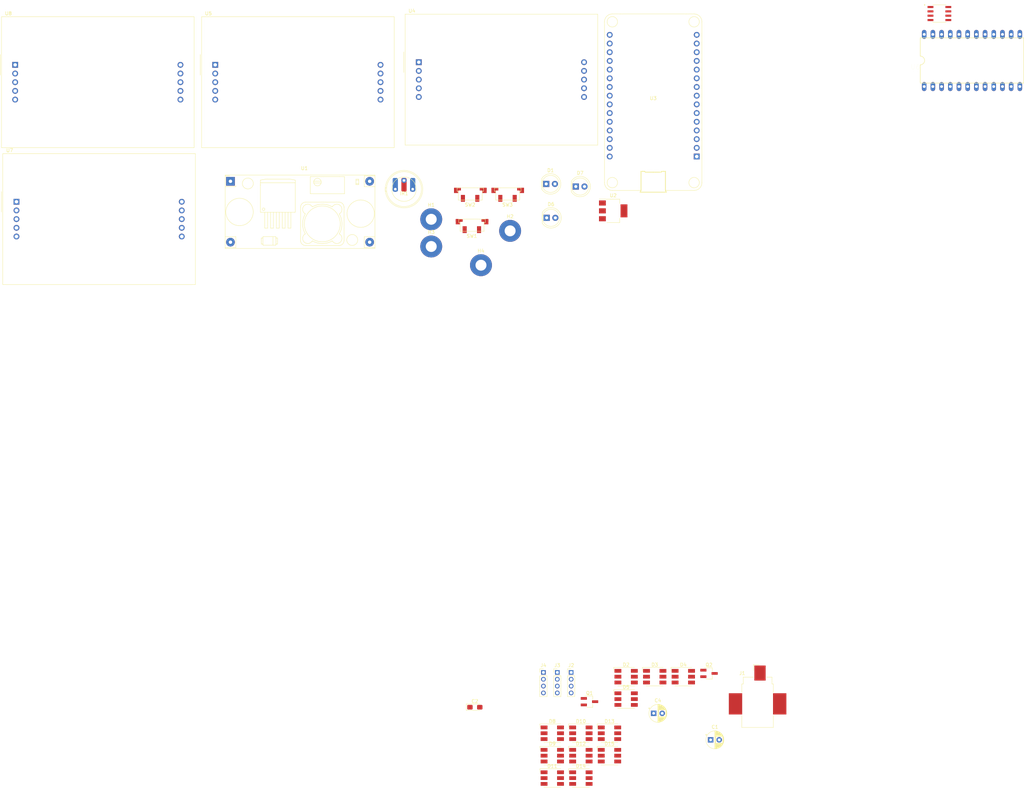
<source format=kicad_pcb>
(kicad_pcb (version 20171130) (host pcbnew 5.1.5+dfsg1-2build2)

  (general
    (thickness 1.6)
    (drawings 0)
    (tracks 0)
    (zones 0)
    (modules 41)
    (nets 86)
  )

  (page A4)
  (layers
    (0 F.Cu signal)
    (31 B.Cu signal)
    (32 B.Adhes user)
    (33 F.Adhes user)
    (34 B.Paste user)
    (35 F.Paste user)
    (36 B.SilkS user)
    (37 F.SilkS user)
    (38 B.Mask user)
    (39 F.Mask user)
    (40 Dwgs.User user)
    (41 Cmts.User user)
    (42 Eco1.User user)
    (43 Eco2.User user)
    (44 Edge.Cuts user)
    (45 Margin user)
    (46 B.CrtYd user)
    (47 F.CrtYd user)
    (48 B.Fab user)
    (49 F.Fab user)
  )

  (setup
    (last_trace_width 0.25)
    (trace_clearance 0.2)
    (zone_clearance 0.508)
    (zone_45_only no)
    (trace_min 0.2)
    (via_size 0.8)
    (via_drill 0.4)
    (via_min_size 0.4)
    (via_min_drill 0.3)
    (uvia_size 0.3)
    (uvia_drill 0.1)
    (uvias_allowed no)
    (uvia_min_size 0.2)
    (uvia_min_drill 0.1)
    (edge_width 0.05)
    (segment_width 0.2)
    (pcb_text_width 0.3)
    (pcb_text_size 1.5 1.5)
    (mod_edge_width 0.12)
    (mod_text_size 1 1)
    (mod_text_width 0.15)
    (pad_size 1.524 1.524)
    (pad_drill 0.762)
    (pad_to_mask_clearance 0.051)
    (solder_mask_min_width 0.25)
    (aux_axis_origin 0 0)
    (visible_elements FFFFFF7F)
    (pcbplotparams
      (layerselection 0x010fc_ffffffff)
      (usegerberextensions false)
      (usegerberattributes false)
      (usegerberadvancedattributes false)
      (creategerberjobfile false)
      (excludeedgelayer true)
      (linewidth 0.100000)
      (plotframeref false)
      (viasonmask false)
      (mode 1)
      (useauxorigin false)
      (hpglpennumber 1)
      (hpglpenspeed 20)
      (hpglpendiameter 15.000000)
      (psnegative false)
      (psa4output false)
      (plotreference true)
      (plotvalue true)
      (plotinvisibletext false)
      (padsonsilk false)
      (subtractmaskfromsilk false)
      (outputformat 1)
      (mirror false)
      (drillshape 1)
      (scaleselection 1)
      (outputdirectory ""))
  )

  (net 0 "")
  (net 1 "Net-(U3-Pad9)")
  (net 2 0)
  (net 3 "Net-(U3-Pad28)")
  (net 4 "Net-(U3-Pad27)")
  (net 5 "Net-(U3-Pad26)")
  (net 6 "Net-(U3-Pad25)")
  (net 7 "Net-(U3-Pad24)")
  (net 8 "Net-(U3-Pad23)")
  (net 9 "Net-(U3-Pad22)")
  (net 10 "Net-(U3-Pad21)")
  (net 11 "Net-(U3-Pad16)")
  (net 12 "Net-(U3-Pad15)")
  (net 13 "Net-(U3-Pad8)")
  (net 14 "Net-(U3-Pad7)")
  (net 15 "Net-(U3-Pad6)")
  (net 16 "Net-(U3-Pad5)")
  (net 17 "Net-(U3-Pad4)")
  (net 18 "Net-(U3-Pad3)")
  (net 19 "Net-(U3-Pad1)")
  (net 20 5v)
  (net 21 3v3)
  (net 22 12v)
  (net 23 IR)
  (net 24 SCL)
  (net 25 SDA)
  (net 26 Push_1)
  (net 27 Push_2)
  (net 28 Push_3)
  (net 29 "Net-(U3-Pad10)")
  (net 30 "Net-(U4-Pad10)")
  (net 31 "Net-(U4-Pad9)")
  (net 32 "Net-(U4-Pad8)")
  (net 33 "Net-(U4-Pad7)")
  (net 34 "Net-(Q1-Pad3)")
  (net 35 "Net-(U4-Pad5)")
  (net 36 "Net-(U4-Pad4)")
  (net 37 "Net-(U4-Pad3)")
  (net 38 "Net-(U4-Pad2)")
  (net 39 "Net-(Q2-Pad3)")
  (net 40 "Net-(U6-PadP16)")
  (net 41 "Net-(U6-PadP15)")
  (net 42 "Net-(U6-PadP14)")
  (net 43 "Net-(U6-PadP13)")
  (net 44 "Net-(U6-PadP12)")
  (net 45 "Net-(U6-PadP11)")
  (net 46 "Net-(U6-PadP10)")
  (net 47 "Net-(U6-PadP9)")
  (net 48 "Net-(Q2-Pad2)")
  (net 49 "Net-(Q1-Pad2)")
  (net 50 "Net-(D2-Pad6)")
  (net 51 "Net-(D2-Pad5)")
  (net 52 CI)
  (net 53 DI)
  (net 54 "Net-(D3-Pad6)")
  (net 55 "Net-(D3-Pad5)")
  (net 56 "Net-(D4-Pad6)")
  (net 57 "Net-(D4-Pad5)")
  (net 58 "Net-(D5-Pad6)")
  (net 59 "Net-(D5-Pad5)")
  (net 60 "Net-(J5-Pad7)")
  (net 61 "Net-(J5-Pad3)")
  (net 62 "Net-(J5-Pad2)")
  (net 63 "Net-(J5-Pad1)")
  (net 64 "Net-(D6-Pad2)")
  (net 65 "Net-(D7-Pad2)")
  (net 66 "Net-(D1-Pad2)")
  (net 67 "Net-(SW1-Pad2)")
  (net 68 "Net-(SW2-Pad2)")
  (net 69 "Net-(SW3-Pad2)")
  (net 70 "Net-(D8-Pad6)")
  (net 71 "Net-(D8-Pad5)")
  (net 72 "Net-(D10-Pad1)")
  (net 73 "Net-(D10-Pad2)")
  (net 74 "Net-(D10-Pad6)")
  (net 75 "Net-(D10-Pad5)")
  (net 76 "Net-(D11-Pad6)")
  (net 77 "Net-(D11-Pad5)")
  (net 78 "Net-(D12-Pad6)")
  (net 79 "Net-(D12-Pad5)")
  (net 80 "Net-(D13-Pad6)")
  (net 81 "Net-(D13-Pad5)")
  (net 82 "Net-(D14-Pad6)")
  (net 83 "Net-(D14-Pad5)")
  (net 84 "Net-(D15-Pad6)")
  (net 85 "Net-(D15-Pad5)")

  (net_class Default "Ceci est la Netclass par défaut."
    (clearance 0.2)
    (trace_width 0.25)
    (via_dia 0.8)
    (via_drill 0.4)
    (uvia_dia 0.3)
    (uvia_drill 0.1)
    (add_net 0)
    (add_net 12v)
    (add_net 3v3)
    (add_net 5v)
    (add_net CI)
    (add_net DI)
    (add_net IR)
    (add_net "Net-(D1-Pad2)")
    (add_net "Net-(D10-Pad1)")
    (add_net "Net-(D10-Pad2)")
    (add_net "Net-(D10-Pad5)")
    (add_net "Net-(D10-Pad6)")
    (add_net "Net-(D11-Pad5)")
    (add_net "Net-(D11-Pad6)")
    (add_net "Net-(D12-Pad5)")
    (add_net "Net-(D12-Pad6)")
    (add_net "Net-(D13-Pad5)")
    (add_net "Net-(D13-Pad6)")
    (add_net "Net-(D14-Pad5)")
    (add_net "Net-(D14-Pad6)")
    (add_net "Net-(D15-Pad5)")
    (add_net "Net-(D15-Pad6)")
    (add_net "Net-(D2-Pad5)")
    (add_net "Net-(D2-Pad6)")
    (add_net "Net-(D3-Pad5)")
    (add_net "Net-(D3-Pad6)")
    (add_net "Net-(D4-Pad5)")
    (add_net "Net-(D4-Pad6)")
    (add_net "Net-(D5-Pad5)")
    (add_net "Net-(D5-Pad6)")
    (add_net "Net-(D6-Pad2)")
    (add_net "Net-(D7-Pad2)")
    (add_net "Net-(D8-Pad5)")
    (add_net "Net-(D8-Pad6)")
    (add_net "Net-(J5-Pad1)")
    (add_net "Net-(J5-Pad2)")
    (add_net "Net-(J5-Pad3)")
    (add_net "Net-(J5-Pad7)")
    (add_net "Net-(Q1-Pad2)")
    (add_net "Net-(Q1-Pad3)")
    (add_net "Net-(Q2-Pad2)")
    (add_net "Net-(Q2-Pad3)")
    (add_net "Net-(SW1-Pad2)")
    (add_net "Net-(SW2-Pad2)")
    (add_net "Net-(SW3-Pad2)")
    (add_net "Net-(U3-Pad1)")
    (add_net "Net-(U3-Pad10)")
    (add_net "Net-(U3-Pad15)")
    (add_net "Net-(U3-Pad16)")
    (add_net "Net-(U3-Pad21)")
    (add_net "Net-(U3-Pad22)")
    (add_net "Net-(U3-Pad23)")
    (add_net "Net-(U3-Pad24)")
    (add_net "Net-(U3-Pad25)")
    (add_net "Net-(U3-Pad26)")
    (add_net "Net-(U3-Pad27)")
    (add_net "Net-(U3-Pad28)")
    (add_net "Net-(U3-Pad3)")
    (add_net "Net-(U3-Pad4)")
    (add_net "Net-(U3-Pad5)")
    (add_net "Net-(U3-Pad6)")
    (add_net "Net-(U3-Pad7)")
    (add_net "Net-(U3-Pad8)")
    (add_net "Net-(U3-Pad9)")
    (add_net "Net-(U4-Pad10)")
    (add_net "Net-(U4-Pad2)")
    (add_net "Net-(U4-Pad3)")
    (add_net "Net-(U4-Pad4)")
    (add_net "Net-(U4-Pad5)")
    (add_net "Net-(U4-Pad7)")
    (add_net "Net-(U4-Pad8)")
    (add_net "Net-(U4-Pad9)")
    (add_net "Net-(U6-PadP10)")
    (add_net "Net-(U6-PadP11)")
    (add_net "Net-(U6-PadP12)")
    (add_net "Net-(U6-PadP13)")
    (add_net "Net-(U6-PadP14)")
    (add_net "Net-(U6-PadP15)")
    (add_net "Net-(U6-PadP16)")
    (add_net "Net-(U6-PadP9)")
    (add_net Push_1)
    (add_net Push_2)
    (add_net Push_3)
    (add_net SCL)
    (add_net SDA)
  )

  (module MountingHole:MountingHole_3.2mm_M3_Pad (layer F.Cu) (tedit 56D1B4CB) (tstamp 60AF7FB4)
    (at 158.496 87.63)
    (descr "Mounting Hole 3.2mm, M3")
    (tags "mounting hole 3.2mm m3")
    (path /60B04819)
    (attr virtual)
    (fp_text reference H4 (at 0 -4.2) (layer F.SilkS)
      (effects (font (size 1 1) (thickness 0.15)))
    )
    (fp_text value MountingHole_Pad (at 0 4.2) (layer F.Fab)
      (effects (font (size 1 1) (thickness 0.15)))
    )
    (fp_circle (center 0 0) (end 3.45 0) (layer F.CrtYd) (width 0.05))
    (fp_circle (center 0 0) (end 3.2 0) (layer Cmts.User) (width 0.15))
    (fp_text user %R (at 0.3 0) (layer F.Fab)
      (effects (font (size 1 1) (thickness 0.15)))
    )
    (pad 1 thru_hole circle (at 0 0) (size 6.4 6.4) (drill 3.2) (layers *.Cu *.Mask)
      (net 2 0))
  )

  (module MountingHole:MountingHole_3.2mm_M3_Pad (layer F.Cu) (tedit 56D1B4CB) (tstamp 60AF7FAC)
    (at 143.968001 82.164001)
    (descr "Mounting Hole 3.2mm, M3")
    (tags "mounting hole 3.2mm m3")
    (path /60AFD2AF)
    (attr virtual)
    (fp_text reference H3 (at 0 -4.2) (layer F.SilkS)
      (effects (font (size 1 1) (thickness 0.15)))
    )
    (fp_text value MountingHole_Pad (at 0 4.2) (layer F.Fab)
      (effects (font (size 1 1) (thickness 0.15)))
    )
    (fp_circle (center 0 0) (end 3.45 0) (layer F.CrtYd) (width 0.05))
    (fp_circle (center 0 0) (end 3.2 0) (layer Cmts.User) (width 0.15))
    (fp_text user %R (at 0.3 0) (layer F.Fab)
      (effects (font (size 1 1) (thickness 0.15)))
    )
    (pad 1 thru_hole circle (at 0 0) (size 6.4 6.4) (drill 3.2) (layers *.Cu *.Mask)
      (net 2 0))
  )

  (module MountingHole:MountingHole_3.2mm_M3_Pad (layer F.Cu) (tedit 56D1B4CB) (tstamp 60AF7FA4)
    (at 167.005 77.597)
    (descr "Mounting Hole 3.2mm, M3")
    (tags "mounting hole 3.2mm m3")
    (path /60B00D96)
    (attr virtual)
    (fp_text reference H2 (at 0 -4.2) (layer F.SilkS)
      (effects (font (size 1 1) (thickness 0.15)))
    )
    (fp_text value MountingHole_Pad (at 0 4.2) (layer F.Fab)
      (effects (font (size 1 1) (thickness 0.15)))
    )
    (fp_circle (center 0 0) (end 3.45 0) (layer F.CrtYd) (width 0.05))
    (fp_circle (center 0 0) (end 3.2 0) (layer Cmts.User) (width 0.15))
    (fp_text user %R (at 0.3 0) (layer F.Fab)
      (effects (font (size 1 1) (thickness 0.15)))
    )
    (pad 1 thru_hole circle (at 0 0) (size 6.4 6.4) (drill 3.2) (layers *.Cu *.Mask)
      (net 2 0))
  )

  (module MountingHole:MountingHole_3.2mm_M3_Pad (layer F.Cu) (tedit 56D1B4CB) (tstamp 60AF7F9C)
    (at 143.968001 74.214001)
    (descr "Mounting Hole 3.2mm, M3")
    (tags "mounting hole 3.2mm m3")
    (path /60AFBB62)
    (attr virtual)
    (fp_text reference H1 (at 0 -4.2) (layer F.SilkS)
      (effects (font (size 1 1) (thickness 0.15)))
    )
    (fp_text value MountingHole_Pad (at 0 4.2) (layer F.Fab)
      (effects (font (size 1 1) (thickness 0.15)))
    )
    (fp_circle (center 0 0) (end 3.45 0) (layer F.CrtYd) (width 0.05))
    (fp_circle (center 0 0) (end 3.2 0) (layer Cmts.User) (width 0.15))
    (fp_text user %R (at 0.3 0) (layer F.Fab)
      (effects (font (size 1 1) (thickness 0.15)))
    )
    (pad 1 thru_hole circle (at 0 0) (size 6.4 6.4) (drill 3.2) (layers *.Cu *.Mask)
      (net 2 0))
  )

  (module LED_SMD:LED_RGB_5050-6 (layer F.Cu) (tedit 59155824) (tstamp 60AF7F94)
    (at 196.016001 230.940001)
    (descr http://cdn.sparkfun.com/datasheets/Components/LED/5060BRG4.pdf)
    (tags "RGB LED 5050-6")
    (path /60B6B6B0)
    (attr smd)
    (fp_text reference D15 (at 0 -3.5 180) (layer F.SilkS)
      (effects (font (size 1 1) (thickness 0.15)))
    )
    (fp_text value APA102 (at 0 3.3) (layer F.Fab)
      (effects (font (size 1 1) (thickness 0.15)))
    )
    (fp_circle (center 0 0) (end 0 -1.9) (layer F.Fab) (width 0.1))
    (fp_text user %R (at 0 0) (layer F.Fab)
      (effects (font (size 0.6 0.6) (thickness 0.06)))
    )
    (fp_line (start -3.65 -2.75) (end -3.65 2.75) (layer F.CrtYd) (width 0.05))
    (fp_line (start -3.65 2.75) (end 3.65 2.75) (layer F.CrtYd) (width 0.05))
    (fp_line (start 3.65 2.75) (end 3.65 -2.75) (layer F.CrtYd) (width 0.05))
    (fp_line (start 3.65 -2.75) (end -3.65 -2.75) (layer F.CrtYd) (width 0.05))
    (fp_line (start 2.5 2.7) (end -2.5 2.7) (layer F.SilkS) (width 0.12))
    (fp_line (start -3.6 -1.6) (end -3.6 -2.7) (layer F.SilkS) (width 0.12))
    (fp_line (start -3.6 -2.7) (end 2.5 -2.7) (layer F.SilkS) (width 0.12))
    (fp_line (start -2.5 -2.5) (end -2.5 2.5) (layer F.Fab) (width 0.1))
    (fp_line (start -2.5 2.5) (end 2.5 2.5) (layer F.Fab) (width 0.1))
    (fp_line (start 2.5 2.5) (end 2.5 -2.5) (layer F.Fab) (width 0.1))
    (fp_line (start 2.5 -2.5) (end -2.5 -2.5) (layer F.Fab) (width 0.1))
    (fp_line (start -2.5 -1.9) (end -1.9 -2.5) (layer F.Fab) (width 0.1))
    (pad 6 smd rect (at 2.4 -1.7 90) (size 1.1 2) (layers F.Cu F.Paste F.Mask)
      (net 84 "Net-(D15-Pad6)"))
    (pad 5 smd rect (at 2.4 0 90) (size 1.1 2) (layers F.Cu F.Paste F.Mask)
      (net 85 "Net-(D15-Pad5)"))
    (pad 4 smd rect (at 2.4 1.7 90) (size 1.1 2) (layers F.Cu F.Paste F.Mask)
      (net 21 3v3))
    (pad 3 smd rect (at -2.4 1.7 90) (size 1.1 2) (layers F.Cu F.Paste F.Mask)
      (net 2 0))
    (pad 2 smd rect (at -2.4 0 90) (size 1.1 2) (layers F.Cu F.Paste F.Mask)
      (net 83 "Net-(D14-Pad5)"))
    (pad 1 smd rect (at -2.4 -1.7 90) (size 1.1 2) (layers F.Cu F.Paste F.Mask)
      (net 82 "Net-(D14-Pad6)"))
    (model ${KISYS3DMOD}/LED_SMD.3dshapes/LED_RGB_5050-6.wrl
      (at (xyz 0 0 0))
      (scale (xyz 1 1 1))
      (rotate (xyz 0 0 0))
    )
  )

  (module LED_SMD:LED_RGB_5050-6 (layer F.Cu) (tedit 59155824) (tstamp 60AF7F7C)
    (at 187.666001 237.490001)
    (descr http://cdn.sparkfun.com/datasheets/Components/LED/5060BRG4.pdf)
    (tags "RGB LED 5050-6")
    (path /60B6B6AA)
    (attr smd)
    (fp_text reference D14 (at 0 -3.5 180) (layer F.SilkS)
      (effects (font (size 1 1) (thickness 0.15)))
    )
    (fp_text value APA102 (at 0 3.3) (layer F.Fab)
      (effects (font (size 1 1) (thickness 0.15)))
    )
    (fp_circle (center 0 0) (end 0 -1.9) (layer F.Fab) (width 0.1))
    (fp_text user %R (at 0 0) (layer F.Fab)
      (effects (font (size 0.6 0.6) (thickness 0.06)))
    )
    (fp_line (start -3.65 -2.75) (end -3.65 2.75) (layer F.CrtYd) (width 0.05))
    (fp_line (start -3.65 2.75) (end 3.65 2.75) (layer F.CrtYd) (width 0.05))
    (fp_line (start 3.65 2.75) (end 3.65 -2.75) (layer F.CrtYd) (width 0.05))
    (fp_line (start 3.65 -2.75) (end -3.65 -2.75) (layer F.CrtYd) (width 0.05))
    (fp_line (start 2.5 2.7) (end -2.5 2.7) (layer F.SilkS) (width 0.12))
    (fp_line (start -3.6 -1.6) (end -3.6 -2.7) (layer F.SilkS) (width 0.12))
    (fp_line (start -3.6 -2.7) (end 2.5 -2.7) (layer F.SilkS) (width 0.12))
    (fp_line (start -2.5 -2.5) (end -2.5 2.5) (layer F.Fab) (width 0.1))
    (fp_line (start -2.5 2.5) (end 2.5 2.5) (layer F.Fab) (width 0.1))
    (fp_line (start 2.5 2.5) (end 2.5 -2.5) (layer F.Fab) (width 0.1))
    (fp_line (start 2.5 -2.5) (end -2.5 -2.5) (layer F.Fab) (width 0.1))
    (fp_line (start -2.5 -1.9) (end -1.9 -2.5) (layer F.Fab) (width 0.1))
    (pad 6 smd rect (at 2.4 -1.7 90) (size 1.1 2) (layers F.Cu F.Paste F.Mask)
      (net 82 "Net-(D14-Pad6)"))
    (pad 5 smd rect (at 2.4 0 90) (size 1.1 2) (layers F.Cu F.Paste F.Mask)
      (net 83 "Net-(D14-Pad5)"))
    (pad 4 smd rect (at 2.4 1.7 90) (size 1.1 2) (layers F.Cu F.Paste F.Mask)
      (net 21 3v3))
    (pad 3 smd rect (at -2.4 1.7 90) (size 1.1 2) (layers F.Cu F.Paste F.Mask)
      (net 2 0))
    (pad 2 smd rect (at -2.4 0 90) (size 1.1 2) (layers F.Cu F.Paste F.Mask)
      (net 81 "Net-(D13-Pad5)"))
    (pad 1 smd rect (at -2.4 -1.7 90) (size 1.1 2) (layers F.Cu F.Paste F.Mask)
      (net 80 "Net-(D13-Pad6)"))
    (model ${KISYS3DMOD}/LED_SMD.3dshapes/LED_RGB_5050-6.wrl
      (at (xyz 0 0 0))
      (scale (xyz 1 1 1))
      (rotate (xyz 0 0 0))
    )
  )

  (module LED_SMD:LED_RGB_5050-6 (layer F.Cu) (tedit 59155824) (tstamp 60AF7F64)
    (at 196.016001 224.390001)
    (descr http://cdn.sparkfun.com/datasheets/Components/LED/5060BRG4.pdf)
    (tags "RGB LED 5050-6")
    (path /60B6B6A4)
    (attr smd)
    (fp_text reference D13 (at 0 -3.5 180) (layer F.SilkS)
      (effects (font (size 1 1) (thickness 0.15)))
    )
    (fp_text value APA102 (at 0 3.3) (layer F.Fab)
      (effects (font (size 1 1) (thickness 0.15)))
    )
    (fp_circle (center 0 0) (end 0 -1.9) (layer F.Fab) (width 0.1))
    (fp_text user %R (at 0 0) (layer F.Fab)
      (effects (font (size 0.6 0.6) (thickness 0.06)))
    )
    (fp_line (start -3.65 -2.75) (end -3.65 2.75) (layer F.CrtYd) (width 0.05))
    (fp_line (start -3.65 2.75) (end 3.65 2.75) (layer F.CrtYd) (width 0.05))
    (fp_line (start 3.65 2.75) (end 3.65 -2.75) (layer F.CrtYd) (width 0.05))
    (fp_line (start 3.65 -2.75) (end -3.65 -2.75) (layer F.CrtYd) (width 0.05))
    (fp_line (start 2.5 2.7) (end -2.5 2.7) (layer F.SilkS) (width 0.12))
    (fp_line (start -3.6 -1.6) (end -3.6 -2.7) (layer F.SilkS) (width 0.12))
    (fp_line (start -3.6 -2.7) (end 2.5 -2.7) (layer F.SilkS) (width 0.12))
    (fp_line (start -2.5 -2.5) (end -2.5 2.5) (layer F.Fab) (width 0.1))
    (fp_line (start -2.5 2.5) (end 2.5 2.5) (layer F.Fab) (width 0.1))
    (fp_line (start 2.5 2.5) (end 2.5 -2.5) (layer F.Fab) (width 0.1))
    (fp_line (start 2.5 -2.5) (end -2.5 -2.5) (layer F.Fab) (width 0.1))
    (fp_line (start -2.5 -1.9) (end -1.9 -2.5) (layer F.Fab) (width 0.1))
    (pad 6 smd rect (at 2.4 -1.7 90) (size 1.1 2) (layers F.Cu F.Paste F.Mask)
      (net 80 "Net-(D13-Pad6)"))
    (pad 5 smd rect (at 2.4 0 90) (size 1.1 2) (layers F.Cu F.Paste F.Mask)
      (net 81 "Net-(D13-Pad5)"))
    (pad 4 smd rect (at 2.4 1.7 90) (size 1.1 2) (layers F.Cu F.Paste F.Mask)
      (net 21 3v3))
    (pad 3 smd rect (at -2.4 1.7 90) (size 1.1 2) (layers F.Cu F.Paste F.Mask)
      (net 2 0))
    (pad 2 smd rect (at -2.4 0 90) (size 1.1 2) (layers F.Cu F.Paste F.Mask)
      (net 79 "Net-(D12-Pad5)"))
    (pad 1 smd rect (at -2.4 -1.7 90) (size 1.1 2) (layers F.Cu F.Paste F.Mask)
      (net 78 "Net-(D12-Pad6)"))
    (model ${KISYS3DMOD}/LED_SMD.3dshapes/LED_RGB_5050-6.wrl
      (at (xyz 0 0 0))
      (scale (xyz 1 1 1))
      (rotate (xyz 0 0 0))
    )
  )

  (module LED_SMD:LED_RGB_5050-6 (layer F.Cu) (tedit 59155824) (tstamp 60AF7F4C)
    (at 187.666001 230.940001)
    (descr http://cdn.sparkfun.com/datasheets/Components/LED/5060BRG4.pdf)
    (tags "RGB LED 5050-6")
    (path /60B6B69E)
    (attr smd)
    (fp_text reference D12 (at 0 -3.5 180) (layer F.SilkS)
      (effects (font (size 1 1) (thickness 0.15)))
    )
    (fp_text value APA102 (at 0 3.3) (layer F.Fab)
      (effects (font (size 1 1) (thickness 0.15)))
    )
    (fp_circle (center 0 0) (end 0 -1.9) (layer F.Fab) (width 0.1))
    (fp_text user %R (at 0 0) (layer F.Fab)
      (effects (font (size 0.6 0.6) (thickness 0.06)))
    )
    (fp_line (start -3.65 -2.75) (end -3.65 2.75) (layer F.CrtYd) (width 0.05))
    (fp_line (start -3.65 2.75) (end 3.65 2.75) (layer F.CrtYd) (width 0.05))
    (fp_line (start 3.65 2.75) (end 3.65 -2.75) (layer F.CrtYd) (width 0.05))
    (fp_line (start 3.65 -2.75) (end -3.65 -2.75) (layer F.CrtYd) (width 0.05))
    (fp_line (start 2.5 2.7) (end -2.5 2.7) (layer F.SilkS) (width 0.12))
    (fp_line (start -3.6 -1.6) (end -3.6 -2.7) (layer F.SilkS) (width 0.12))
    (fp_line (start -3.6 -2.7) (end 2.5 -2.7) (layer F.SilkS) (width 0.12))
    (fp_line (start -2.5 -2.5) (end -2.5 2.5) (layer F.Fab) (width 0.1))
    (fp_line (start -2.5 2.5) (end 2.5 2.5) (layer F.Fab) (width 0.1))
    (fp_line (start 2.5 2.5) (end 2.5 -2.5) (layer F.Fab) (width 0.1))
    (fp_line (start 2.5 -2.5) (end -2.5 -2.5) (layer F.Fab) (width 0.1))
    (fp_line (start -2.5 -1.9) (end -1.9 -2.5) (layer F.Fab) (width 0.1))
    (pad 6 smd rect (at 2.4 -1.7 90) (size 1.1 2) (layers F.Cu F.Paste F.Mask)
      (net 78 "Net-(D12-Pad6)"))
    (pad 5 smd rect (at 2.4 0 90) (size 1.1 2) (layers F.Cu F.Paste F.Mask)
      (net 79 "Net-(D12-Pad5)"))
    (pad 4 smd rect (at 2.4 1.7 90) (size 1.1 2) (layers F.Cu F.Paste F.Mask)
      (net 21 3v3))
    (pad 3 smd rect (at -2.4 1.7 90) (size 1.1 2) (layers F.Cu F.Paste F.Mask)
      (net 2 0))
    (pad 2 smd rect (at -2.4 0 90) (size 1.1 2) (layers F.Cu F.Paste F.Mask)
      (net 77 "Net-(D11-Pad5)"))
    (pad 1 smd rect (at -2.4 -1.7 90) (size 1.1 2) (layers F.Cu F.Paste F.Mask)
      (net 76 "Net-(D11-Pad6)"))
    (model ${KISYS3DMOD}/LED_SMD.3dshapes/LED_RGB_5050-6.wrl
      (at (xyz 0 0 0))
      (scale (xyz 1 1 1))
      (rotate (xyz 0 0 0))
    )
  )

  (module LED_SMD:LED_RGB_5050-6 (layer F.Cu) (tedit 59155824) (tstamp 60AF7F34)
    (at 179.316001 237.490001)
    (descr http://cdn.sparkfun.com/datasheets/Components/LED/5060BRG4.pdf)
    (tags "RGB LED 5050-6")
    (path /60B65109)
    (attr smd)
    (fp_text reference D11 (at 0 -3.5 180) (layer F.SilkS)
      (effects (font (size 1 1) (thickness 0.15)))
    )
    (fp_text value APA102 (at 0 3.3) (layer F.Fab)
      (effects (font (size 1 1) (thickness 0.15)))
    )
    (fp_circle (center 0 0) (end 0 -1.9) (layer F.Fab) (width 0.1))
    (fp_text user %R (at 0 0) (layer F.Fab)
      (effects (font (size 0.6 0.6) (thickness 0.06)))
    )
    (fp_line (start -3.65 -2.75) (end -3.65 2.75) (layer F.CrtYd) (width 0.05))
    (fp_line (start -3.65 2.75) (end 3.65 2.75) (layer F.CrtYd) (width 0.05))
    (fp_line (start 3.65 2.75) (end 3.65 -2.75) (layer F.CrtYd) (width 0.05))
    (fp_line (start 3.65 -2.75) (end -3.65 -2.75) (layer F.CrtYd) (width 0.05))
    (fp_line (start 2.5 2.7) (end -2.5 2.7) (layer F.SilkS) (width 0.12))
    (fp_line (start -3.6 -1.6) (end -3.6 -2.7) (layer F.SilkS) (width 0.12))
    (fp_line (start -3.6 -2.7) (end 2.5 -2.7) (layer F.SilkS) (width 0.12))
    (fp_line (start -2.5 -2.5) (end -2.5 2.5) (layer F.Fab) (width 0.1))
    (fp_line (start -2.5 2.5) (end 2.5 2.5) (layer F.Fab) (width 0.1))
    (fp_line (start 2.5 2.5) (end 2.5 -2.5) (layer F.Fab) (width 0.1))
    (fp_line (start 2.5 -2.5) (end -2.5 -2.5) (layer F.Fab) (width 0.1))
    (fp_line (start -2.5 -1.9) (end -1.9 -2.5) (layer F.Fab) (width 0.1))
    (pad 6 smd rect (at 2.4 -1.7 90) (size 1.1 2) (layers F.Cu F.Paste F.Mask)
      (net 76 "Net-(D11-Pad6)"))
    (pad 5 smd rect (at 2.4 0 90) (size 1.1 2) (layers F.Cu F.Paste F.Mask)
      (net 77 "Net-(D11-Pad5)"))
    (pad 4 smd rect (at 2.4 1.7 90) (size 1.1 2) (layers F.Cu F.Paste F.Mask)
      (net 21 3v3))
    (pad 3 smd rect (at -2.4 1.7 90) (size 1.1 2) (layers F.Cu F.Paste F.Mask)
      (net 2 0))
    (pad 2 smd rect (at -2.4 0 90) (size 1.1 2) (layers F.Cu F.Paste F.Mask)
      (net 75 "Net-(D10-Pad5)"))
    (pad 1 smd rect (at -2.4 -1.7 90) (size 1.1 2) (layers F.Cu F.Paste F.Mask)
      (net 74 "Net-(D10-Pad6)"))
    (model ${KISYS3DMOD}/LED_SMD.3dshapes/LED_RGB_5050-6.wrl
      (at (xyz 0 0 0))
      (scale (xyz 1 1 1))
      (rotate (xyz 0 0 0))
    )
  )

  (module LED_SMD:LED_RGB_5050-6 (layer F.Cu) (tedit 59155824) (tstamp 60AF7F1C)
    (at 187.666001 224.390001)
    (descr http://cdn.sparkfun.com/datasheets/Components/LED/5060BRG4.pdf)
    (tags "RGB LED 5050-6")
    (path /60B65103)
    (attr smd)
    (fp_text reference D10 (at 0 -3.5 180) (layer F.SilkS)
      (effects (font (size 1 1) (thickness 0.15)))
    )
    (fp_text value APA102 (at 0 3.3) (layer F.Fab)
      (effects (font (size 1 1) (thickness 0.15)))
    )
    (fp_circle (center 0 0) (end 0 -1.9) (layer F.Fab) (width 0.1))
    (fp_text user %R (at 0 0) (layer F.Fab)
      (effects (font (size 0.6 0.6) (thickness 0.06)))
    )
    (fp_line (start -3.65 -2.75) (end -3.65 2.75) (layer F.CrtYd) (width 0.05))
    (fp_line (start -3.65 2.75) (end 3.65 2.75) (layer F.CrtYd) (width 0.05))
    (fp_line (start 3.65 2.75) (end 3.65 -2.75) (layer F.CrtYd) (width 0.05))
    (fp_line (start 3.65 -2.75) (end -3.65 -2.75) (layer F.CrtYd) (width 0.05))
    (fp_line (start 2.5 2.7) (end -2.5 2.7) (layer F.SilkS) (width 0.12))
    (fp_line (start -3.6 -1.6) (end -3.6 -2.7) (layer F.SilkS) (width 0.12))
    (fp_line (start -3.6 -2.7) (end 2.5 -2.7) (layer F.SilkS) (width 0.12))
    (fp_line (start -2.5 -2.5) (end -2.5 2.5) (layer F.Fab) (width 0.1))
    (fp_line (start -2.5 2.5) (end 2.5 2.5) (layer F.Fab) (width 0.1))
    (fp_line (start 2.5 2.5) (end 2.5 -2.5) (layer F.Fab) (width 0.1))
    (fp_line (start 2.5 -2.5) (end -2.5 -2.5) (layer F.Fab) (width 0.1))
    (fp_line (start -2.5 -1.9) (end -1.9 -2.5) (layer F.Fab) (width 0.1))
    (pad 6 smd rect (at 2.4 -1.7 90) (size 1.1 2) (layers F.Cu F.Paste F.Mask)
      (net 74 "Net-(D10-Pad6)"))
    (pad 5 smd rect (at 2.4 0 90) (size 1.1 2) (layers F.Cu F.Paste F.Mask)
      (net 75 "Net-(D10-Pad5)"))
    (pad 4 smd rect (at 2.4 1.7 90) (size 1.1 2) (layers F.Cu F.Paste F.Mask)
      (net 21 3v3))
    (pad 3 smd rect (at -2.4 1.7 90) (size 1.1 2) (layers F.Cu F.Paste F.Mask)
      (net 2 0))
    (pad 2 smd rect (at -2.4 0 90) (size 1.1 2) (layers F.Cu F.Paste F.Mask)
      (net 73 "Net-(D10-Pad2)"))
    (pad 1 smd rect (at -2.4 -1.7 90) (size 1.1 2) (layers F.Cu F.Paste F.Mask)
      (net 72 "Net-(D10-Pad1)"))
    (model ${KISYS3DMOD}/LED_SMD.3dshapes/LED_RGB_5050-6.wrl
      (at (xyz 0 0 0))
      (scale (xyz 1 1 1))
      (rotate (xyz 0 0 0))
    )
  )

  (module LED_SMD:LED_RGB_5050-6 (layer F.Cu) (tedit 59155824) (tstamp 60AF7F04)
    (at 179.316001 230.940001)
    (descr http://cdn.sparkfun.com/datasheets/Components/LED/5060BRG4.pdf)
    (tags "RGB LED 5050-6")
    (path /60B650FD)
    (attr smd)
    (fp_text reference D9 (at 0 -3.5 180) (layer F.SilkS)
      (effects (font (size 1 1) (thickness 0.15)))
    )
    (fp_text value APA102 (at 0 3.3) (layer F.Fab)
      (effects (font (size 1 1) (thickness 0.15)))
    )
    (fp_circle (center 0 0) (end 0 -1.9) (layer F.Fab) (width 0.1))
    (fp_text user %R (at 0 0) (layer F.Fab)
      (effects (font (size 0.6 0.6) (thickness 0.06)))
    )
    (fp_line (start -3.65 -2.75) (end -3.65 2.75) (layer F.CrtYd) (width 0.05))
    (fp_line (start -3.65 2.75) (end 3.65 2.75) (layer F.CrtYd) (width 0.05))
    (fp_line (start 3.65 2.75) (end 3.65 -2.75) (layer F.CrtYd) (width 0.05))
    (fp_line (start 3.65 -2.75) (end -3.65 -2.75) (layer F.CrtYd) (width 0.05))
    (fp_line (start 2.5 2.7) (end -2.5 2.7) (layer F.SilkS) (width 0.12))
    (fp_line (start -3.6 -1.6) (end -3.6 -2.7) (layer F.SilkS) (width 0.12))
    (fp_line (start -3.6 -2.7) (end 2.5 -2.7) (layer F.SilkS) (width 0.12))
    (fp_line (start -2.5 -2.5) (end -2.5 2.5) (layer F.Fab) (width 0.1))
    (fp_line (start -2.5 2.5) (end 2.5 2.5) (layer F.Fab) (width 0.1))
    (fp_line (start 2.5 2.5) (end 2.5 -2.5) (layer F.Fab) (width 0.1))
    (fp_line (start 2.5 -2.5) (end -2.5 -2.5) (layer F.Fab) (width 0.1))
    (fp_line (start -2.5 -1.9) (end -1.9 -2.5) (layer F.Fab) (width 0.1))
    (pad 6 smd rect (at 2.4 -1.7 90) (size 1.1 2) (layers F.Cu F.Paste F.Mask)
      (net 72 "Net-(D10-Pad1)"))
    (pad 5 smd rect (at 2.4 0 90) (size 1.1 2) (layers F.Cu F.Paste F.Mask)
      (net 73 "Net-(D10-Pad2)"))
    (pad 4 smd rect (at 2.4 1.7 90) (size 1.1 2) (layers F.Cu F.Paste F.Mask)
      (net 21 3v3))
    (pad 3 smd rect (at -2.4 1.7 90) (size 1.1 2) (layers F.Cu F.Paste F.Mask)
      (net 2 0))
    (pad 2 smd rect (at -2.4 0 90) (size 1.1 2) (layers F.Cu F.Paste F.Mask)
      (net 71 "Net-(D8-Pad5)"))
    (pad 1 smd rect (at -2.4 -1.7 90) (size 1.1 2) (layers F.Cu F.Paste F.Mask)
      (net 70 "Net-(D8-Pad6)"))
    (model ${KISYS3DMOD}/LED_SMD.3dshapes/LED_RGB_5050-6.wrl
      (at (xyz 0 0 0))
      (scale (xyz 1 1 1))
      (rotate (xyz 0 0 0))
    )
  )

  (module LED_SMD:LED_RGB_5050-6 (layer F.Cu) (tedit 59155824) (tstamp 60AF7EEC)
    (at 179.316001 224.390001)
    (descr http://cdn.sparkfun.com/datasheets/Components/LED/5060BRG4.pdf)
    (tags "RGB LED 5050-6")
    (path /60B650F7)
    (attr smd)
    (fp_text reference D8 (at 0 -3.5 180) (layer F.SilkS)
      (effects (font (size 1 1) (thickness 0.15)))
    )
    (fp_text value APA102 (at 0 3.3) (layer F.Fab)
      (effects (font (size 1 1) (thickness 0.15)))
    )
    (fp_circle (center 0 0) (end 0 -1.9) (layer F.Fab) (width 0.1))
    (fp_text user %R (at 0 0) (layer F.Fab)
      (effects (font (size 0.6 0.6) (thickness 0.06)))
    )
    (fp_line (start -3.65 -2.75) (end -3.65 2.75) (layer F.CrtYd) (width 0.05))
    (fp_line (start -3.65 2.75) (end 3.65 2.75) (layer F.CrtYd) (width 0.05))
    (fp_line (start 3.65 2.75) (end 3.65 -2.75) (layer F.CrtYd) (width 0.05))
    (fp_line (start 3.65 -2.75) (end -3.65 -2.75) (layer F.CrtYd) (width 0.05))
    (fp_line (start 2.5 2.7) (end -2.5 2.7) (layer F.SilkS) (width 0.12))
    (fp_line (start -3.6 -1.6) (end -3.6 -2.7) (layer F.SilkS) (width 0.12))
    (fp_line (start -3.6 -2.7) (end 2.5 -2.7) (layer F.SilkS) (width 0.12))
    (fp_line (start -2.5 -2.5) (end -2.5 2.5) (layer F.Fab) (width 0.1))
    (fp_line (start -2.5 2.5) (end 2.5 2.5) (layer F.Fab) (width 0.1))
    (fp_line (start 2.5 2.5) (end 2.5 -2.5) (layer F.Fab) (width 0.1))
    (fp_line (start 2.5 -2.5) (end -2.5 -2.5) (layer F.Fab) (width 0.1))
    (fp_line (start -2.5 -1.9) (end -1.9 -2.5) (layer F.Fab) (width 0.1))
    (pad 6 smd rect (at 2.4 -1.7 90) (size 1.1 2) (layers F.Cu F.Paste F.Mask)
      (net 70 "Net-(D8-Pad6)"))
    (pad 5 smd rect (at 2.4 0 90) (size 1.1 2) (layers F.Cu F.Paste F.Mask)
      (net 71 "Net-(D8-Pad5)"))
    (pad 4 smd rect (at 2.4 1.7 90) (size 1.1 2) (layers F.Cu F.Paste F.Mask)
      (net 21 3v3))
    (pad 3 smd rect (at -2.4 1.7 90) (size 1.1 2) (layers F.Cu F.Paste F.Mask)
      (net 2 0))
    (pad 2 smd rect (at -2.4 0 90) (size 1.1 2) (layers F.Cu F.Paste F.Mask)
      (net 59 "Net-(D5-Pad5)"))
    (pad 1 smd rect (at -2.4 -1.7 90) (size 1.1 2) (layers F.Cu F.Paste F.Mask)
      (net 58 "Net-(D5-Pad6)"))
    (model ${KISYS3DMOD}/LED_SMD.3dshapes/LED_RGB_5050-6.wrl
      (at (xyz 0 0 0))
      (scale (xyz 1 1 1))
      (rotate (xyz 0 0 0))
    )
  )

  (module neosensor_addon:DC_DC_LM2596 (layer F.Cu) (tedit 5F95FD08) (tstamp 60AFDD62)
    (at 85.344 63.119)
    (path /60AFE4C0)
    (fp_text reference U1 (at 21.59 -3.81) (layer F.SilkS)
      (effects (font (size 1 1) (thickness 0.15)))
    )
    (fp_text value DCDC_LM2596 (at 20.32 21.59) (layer F.Fab)
      (effects (font (size 1 1) (thickness 0.15)))
    )
    (fp_line (start 36.648681 0.980295) (end 36.648681 -0.619704) (layer F.SilkS) (width 0.12))
    (fp_line (start 37.448681 -0.619704) (end 37.448681 0.980295) (layer F.SilkS) (width 0.12))
    (fp_line (start 37.448681 0.980295) (end 36.648681 0.980295) (layer F.SilkS) (width 0.12))
    (fp_line (start 37.448681 0.660295) (end 36.648681 0.660295) (layer F.SilkS) (width 0.12))
    (fp_line (start 31.942312 -1.368705) (end 31.908357 -1.368705) (layer F.SilkS) (width 0.12))
    (fp_line (start 31.858978 -1.368705) (end 31.814106 -1.368705) (layer F.SilkS) (width 0.12))
    (fp_line (start 33.299783 -1.317705) (end 33.299783 3.582294) (layer F.SilkS) (width 0.12))
    (fp_line (start 33.249783 3.632294) (end 23.349783 3.632294) (layer F.SilkS) (width 0.12))
    (fp_line (start 23.299783 3.582294) (end 23.299783 -1.317705) (layer F.SilkS) (width 0.12))
    (fp_line (start 23.349783 -1.367705) (end 33.249783 -1.367705) (layer F.SilkS) (width 0.12))
    (fp_line (start 24.348594 0.007294) (end 24.355764 -0.023925) (layer F.SilkS) (width 0.12))
    (fp_line (start 24.348594 0.007294) (end 24.324147 0.002062) (layer F.SilkS) (width 0.12))
    (fp_line (start 24.348594 0.007294) (end 24.360553 -0.017705) (layer F.SilkS) (width 0.12))
    (fp_line (start 24.336385 -0.0491) (end 24.360553 -0.017705) (layer F.SilkS) (width 0.12))
    (fp_line (start 26.439014 -0.017705) (end 24.360553 -0.017705) (layer F.SilkS) (width 0.12))
    (fp_line (start 24.360553 0.482294) (end 26.439014 0.482294) (layer F.SilkS) (width 0.12))
    (fp_line (start 21.967397 18.785796) (end 31.667397 18.785796) (layer F.SilkS) (width 0.12))
    (fp_line (start 33.167397 17.285796) (end 33.167397 7.585796) (layer F.SilkS) (width 0.12))
    (fp_line (start 31.667397 6.085796) (end 21.967397 6.085796) (layer F.SilkS) (width 0.12))
    (fp_line (start 20.467397 7.585796) (end 20.467397 17.285796) (layer F.SilkS) (width 0.12))
    (fp_line (start 36.648681 -0.299704) (end 37.448681 -0.299704) (layer F.SilkS) (width 0.12))
    (fp_line (start 37.448681 -0.619704) (end 36.648681 -0.619704) (layer F.SilkS) (width 0.12))
    (fp_line (start 42.195 19.615) (end 42.195 -1.835) (layer F.SilkS) (width 0.12))
    (fp_line (start 42.195 -1.835) (end -1.555 -1.835) (layer F.SilkS) (width 0.12))
    (fp_line (start -1.555 -1.835) (end -1.555 19.615) (layer F.SilkS) (width 0.12))
    (fp_line (start -1.555 19.615) (end 42.195 19.615) (layer F.SilkS) (width 0.12))
    (fp_line (start 9.031636 16.558217) (end 9.481636 16.558217) (layer F.SilkS) (width 0.12))
    (fp_line (start 9.031636 18.308217) (end 9.031636 16.558217) (layer F.SilkS) (width 0.12))
    (fp_line (start 9.481636 18.308217) (end 9.031636 18.308217) (layer F.SilkS) (width 0.12))
    (fp_line (start 13.281636 16.558217) (end 13.731636 16.558217) (layer F.SilkS) (width 0.12))
    (fp_line (start 13.731636 18.308217) (end 13.281636 18.308217) (layer F.SilkS) (width 0.12))
    (fp_line (start 13.731636 16.558217) (end 13.731636 18.308217) (layer F.SilkS) (width 0.12))
    (fp_line (start 9.581636 16.183217) (end 13.181636 16.183217) (layer F.SilkS) (width 0.12))
    (fp_line (start 13.281636 16.283217) (end 13.281636 18.583217) (layer F.SilkS) (width 0.12))
    (fp_line (start 13.181636 18.683217) (end 9.581636 18.683217) (layer F.SilkS) (width 0.12))
    (fp_line (start 9.481636 18.583217) (end 9.481636 16.283217) (layer F.SilkS) (width 0.12))
    (fp_line (start 17.260233 -0.653329) (end 18.910233 -0.36239) (layer F.SilkS) (width 0.12))
    (fp_line (start 10.400233 -0.653329) (end 17.260233 -0.653329) (layer F.SilkS) (width 0.12))
    (fp_line (start 8.750233 -0.36239) (end 10.400233 -0.653329) (layer F.SilkS) (width 0.12))
    (fp_line (start 18.910233 0.42667) (end 8.750233 0.42667) (layer F.SilkS) (width 0.12))
    (fp_line (start 18.83267 9.06667) (end 18.910233 8.989106) (layer F.SilkS) (width 0.12))
    (fp_line (start 18.910233 8.989106) (end 18.910233 -0.36239) (layer F.SilkS) (width 0.12))
    (fp_line (start 8.827797 9.06667) (end 18.83267 9.06667) (layer F.SilkS) (width 0.12))
    (fp_line (start 8.750233 8.989106) (end 8.827797 9.06667) (layer F.SilkS) (width 0.12))
    (fp_line (start 8.750233 8.989106) (end 8.750233 -0.36239) (layer F.SilkS) (width 0.12))
    (fp_line (start 8.749233 1.004149) (end 8.749233 1.165687) (layer F.SilkS) (width 0.12))
    (fp_line (start 16.810233 13.69667) (end 17.650233 13.69667) (layer F.SilkS) (width 0.12))
    (fp_line (start 17.650233 13.69667) (end 17.650233 9.06667) (layer F.SilkS) (width 0.12))
    (fp_line (start 16.810233 13.69667) (end 16.810233 9.06667) (layer F.SilkS) (width 0.12))
    (fp_line (start 15.110233 13.69667) (end 15.950233 13.69667) (layer F.SilkS) (width 0.12))
    (fp_line (start 15.950233 13.69667) (end 15.950233 9.06667) (layer F.SilkS) (width 0.12))
    (fp_line (start 15.110233 13.69667) (end 15.110233 9.06667) (layer F.SilkS) (width 0.12))
    (fp_line (start 13.410233 13.69667) (end 14.250233 13.69667) (layer F.SilkS) (width 0.12))
    (fp_line (start 14.250233 13.69667) (end 14.250233 9.06667) (layer F.SilkS) (width 0.12))
    (fp_line (start 13.410233 13.69667) (end 13.410233 9.06667) (layer F.SilkS) (width 0.12))
    (fp_line (start 11.710233 13.69667) (end 12.550233 13.69667) (layer F.SilkS) (width 0.12))
    (fp_line (start 12.550233 13.69667) (end 12.550233 9.06667) (layer F.SilkS) (width 0.12))
    (fp_line (start 11.710233 13.69667) (end 11.710233 9.06667) (layer F.SilkS) (width 0.12))
    (fp_line (start 10.010233 13.69667) (end 10.850233 13.69667) (layer F.SilkS) (width 0.12))
    (fp_line (start 10.850233 13.69667) (end 10.850233 9.06667) (layer F.SilkS) (width 0.12))
    (fp_line (start 10.010233 13.69667) (end 10.010233 9.06667) (layer F.SilkS) (width 0.12))
    (fp_line (start 12.411358 16.283217) (end 12.411358 18.583217) (layer F.SilkS) (width 0.12))
    (fp_line (start 13.282636 16.794696) (end 13.282636 16.700144) (layer F.SilkS) (width 0.12))
    (fp_circle (center 2.646666 8.957418) (end 6.646666 8.957418) (layer F.SilkS) (width 0.12))
    (fp_circle (center 38.029307 9.455206) (end 42.029307 9.455206) (layer F.SilkS) (width 0.12))
    (fp_circle (center 26.817397 12.435796) (end 32.067397 12.435796) (layer F.SilkS) (width 0.12))
    (fp_circle (center 5.08 0.635) (end 6.678999 0.635) (layer F.SilkS) (width 0.12))
    (fp_circle (center 35.56 17.145) (end 37.159 17.145) (layer F.SilkS) (width 0.12))
    (fp_circle (center 9.673179 8.154594) (end 10.048179 8.154594) (layer F.SilkS) (width 0.12))
    (fp_line (start 39.06 19.36) (end 39.06 16.2) (layer F.SilkS) (width 0.12))
    (fp_line (start 39.06 19.36) (end 42.175 19.36) (layer F.SilkS) (width 0.12))
    (fp_line (start 39.37 16.51) (end 41.91 16.51) (layer F.Fab) (width 0.1))
    (fp_line (start 41.91 19.05) (end 39.37 19.05) (layer F.Fab) (width 0.1))
    (fp_line (start 41.91 16.51) (end 41.91 19.05) (layer F.Fab) (width 0.1))
    (fp_line (start 39.37 19.05) (end 39.37 16.51) (layer F.Fab) (width 0.1))
    (fp_line (start 39.06 16.2) (end 42.175 16.2) (layer F.SilkS) (width 0.12))
    (fp_line (start 39.06 1.58) (end 39.06 -1.58) (layer F.SilkS) (width 0.12))
    (fp_line (start 39.06 1.58) (end 42.22 1.58) (layer F.SilkS) (width 0.12))
    (fp_line (start 39.37 -1.27) (end 41.91 -1.27) (layer F.Fab) (width 0.1))
    (fp_line (start 41.91 1.27) (end 39.37 1.27) (layer F.Fab) (width 0.1))
    (fp_line (start 41.91 -1.27) (end 41.91 1.27) (layer F.Fab) (width 0.1))
    (fp_line (start 39.37 1.27) (end 39.37 -1.27) (layer F.Fab) (width 0.1))
    (fp_line (start 39.06 -1.58) (end 42.175 -1.58) (layer F.SilkS) (width 0.12))
    (fp_line (start -1.55 19.36) (end 1.58 19.36) (layer F.SilkS) (width 0.12))
    (fp_line (start -1.27 16.51) (end 1.27 16.51) (layer F.Fab) (width 0.1))
    (fp_line (start 1.27 19.05) (end -1.27 19.05) (layer F.Fab) (width 0.1))
    (fp_line (start 1.27 16.51) (end 1.27 19.05) (layer F.Fab) (width 0.1))
    (fp_line (start -1.27 19.05) (end -1.27 16.51) (layer F.Fab) (width 0.1))
    (fp_line (start 1.58 16.2) (end 1.58 19.36) (layer F.SilkS) (width 0.12))
    (fp_line (start -1.55 16.2) (end 1.58 16.2) (layer F.SilkS) (width 0.12))
    (fp_circle (center 35.56 17.145) (end 37.159 17.145) (layer F.Fab) (width 0.1))
    (fp_circle (center 5.08 0.635) (end 6.678999 0.635) (layer F.Fab) (width 0.1))
    (fp_line (start -1.48 19.54) (end 42.12 19.54) (layer F.Fab) (width 0.1))
    (fp_line (start -1.48 -1.76) (end -1.48 19.54) (layer F.Fab) (width 0.1))
    (fp_line (start 42.12 -1.76) (end -1.48 -1.76) (layer F.Fab) (width 0.1))
    (fp_line (start 42.12 19.54) (end 42.12 -1.76) (layer F.Fab) (width 0.1))
    (fp_line (start -1.27 1.27) (end -1.27 -0.635) (layer F.Fab) (width 0.1))
    (fp_line (start -1.27 -0.635) (end -0.635 -1.27) (layer F.Fab) (width 0.1))
    (fp_line (start -0.635 -1.27) (end 1.27 -1.27) (layer F.Fab) (width 0.1))
    (fp_line (start 1.27 1.27) (end -1.27 1.27) (layer F.Fab) (width 0.1))
    (fp_line (start -1.55 1.575) (end 1.58 1.58) (layer F.SilkS) (width 0.12))
    (fp_line (start 1.27 -1.27) (end 1.27 1.27) (layer F.Fab) (width 0.1))
    (fp_line (start -1.55 -1.58) (end -0.25 -1.58) (layer F.SilkS) (width 0.12))
    (fp_line (start 1.58 1.27) (end 1.58 1.58) (layer F.SilkS) (width 0.12))
    (fp_line (start -1.98 -2.26) (end 42.62 -2.26) (layer F.CrtYd) (width 0.05))
    (fp_line (start 42.62 -2.26) (end 42.62 20.04) (layer F.CrtYd) (width 0.05))
    (fp_line (start 42.62 20.04) (end -1.98 20.04) (layer F.CrtYd) (width 0.05))
    (fp_line (start -1.98 20.04) (end -1.98 -2.26) (layer F.CrtYd) (width 0.05))
    (fp_text user REF** (at 21.59 8.89) (layer F.Fab)
      (effects (font (size 1 1) (thickness 0.15)))
    )
    (fp_arc (start 9.581636 18.583217) (end 9.481636 18.583217) (angle -90) (layer F.SilkS) (width 0.12))
    (fp_arc (start 13.181636 18.583217) (end 13.181636 18.683217) (angle -90) (layer F.SilkS) (width 0.12))
    (fp_arc (start 13.181636 16.283217) (end 13.281636 16.283217) (angle -90) (layer F.SilkS) (width 0.12))
    (fp_arc (start 9.581636 16.283217) (end 9.581636 16.183217) (angle -90) (layer F.SilkS) (width 0.12))
    (fp_arc (start 31.906571 9.550868) (end 31.853662 9.466011) (angle -87.60432618) (layer F.SilkS) (width 0.12))
    (fp_arc (start 26.817397 12.435796) (end 23.981783 17.437976) (angle -59.09569043) (layer F.SilkS) (width 0.12))
    (fp_arc (start 31.906571 15.320725) (end 31.819576 15.27141) (angle -87.60432618) (layer F.SilkS) (width 0.12))
    (fp_arc (start 26.817397 12.435796) (end 31.819576 15.27141) (angle -59.09569043) (layer F.SilkS) (width 0.12))
    (fp_arc (start 31.667397 17.285796) (end 31.667397 18.785796) (angle -90) (layer F.SilkS) (width 0.12))
    (fp_arc (start 31.060038 8.193156) (end 31.853662 9.466011) (angle -206.1129619) (layer F.SilkS) (width 0.12))
    (fp_arc (start 23.932468 17.52497) (end 23.981783 17.437976) (angle -87.60432618) (layer F.SilkS) (width 0.12))
    (fp_arc (start 21.967397 7.585796) (end 21.967397 6.085796) (angle -90) (layer F.SilkS) (width 0.12))
    (fp_arc (start 31.667397 7.585796) (end 33.167397 7.585796) (angle -90) (layer F.SilkS) (width 0.12))
    (fp_arc (start 21.967397 17.285796) (end 20.467397 17.285796) (angle -90) (layer F.SilkS) (width 0.12))
    (fp_arc (start 29.702326 17.52497) (end 29.787183 17.472062) (angle -87.60432618) (layer F.SilkS) (width 0.12))
    (fp_arc (start 22.574756 16.678437) (end 21.781132 15.405582) (angle -206.1129619) (layer F.SilkS) (width 0.12))
    (fp_arc (start 26.817397 12.435796) (end 21.815218 9.600183) (angle -59.09569043) (layer F.SilkS) (width 0.12))
    (fp_arc (start 26.817397 12.435796) (end 29.653011 7.433617) (angle -59.09569043) (layer F.SilkS) (width 0.12))
    (fp_arc (start 31.060038 16.678437) (end 29.787183 17.472062) (angle -206.1129619) (layer F.SilkS) (width 0.12))
    (fp_arc (start 22.574756 8.193156) (end 23.847611 7.399531) (angle -206.1129619) (layer F.SilkS) (width 0.12))
    (fp_arc (start 23.932468 7.346623) (end 23.847611 7.399531) (angle -87.60432618) (layer F.SilkS) (width 0.12))
    (fp_arc (start 21.728223 9.550868) (end 21.815218 9.600183) (angle -87.60432618) (layer F.SilkS) (width 0.12))
    (fp_arc (start 21.728223 15.320725) (end 21.781132 15.405582) (angle -87.60432618) (layer F.SilkS) (width 0.12))
    (fp_arc (start 29.702326 7.346623) (end 29.653011 7.433617) (angle -87.60432618) (layer F.SilkS) (width 0.12))
    (fp_arc (start 25.399783 0.232294) (end 24.336385 0.51369) (angle -357.2596488) (layer F.SilkS) (width 0.12))
    (fp_arc (start 33.249783 3.582294) (end 33.249783 3.632294) (angle -90) (layer F.SilkS) (width 0.12))
    (fp_arc (start 23.349783 -1.317705) (end 23.349783 -1.367705) (angle -90) (layer F.SilkS) (width 0.12))
    (fp_arc (start 23.349783 3.582294) (end 23.299783 3.582294) (angle -90) (layer F.SilkS) (width 0.12))
    (fp_arc (start 33.249783 -1.317705) (end 33.299783 -1.317705) (angle -90) (layer F.SilkS) (width 0.12))
    (pad 1 thru_hole rect (at 0 0) (size 2.54 2.54) (drill 1) (layers *.Cu *.Mask)
      (net 22 12v))
    (pad 2 thru_hole circle (at 0 17.78) (size 2.54 2.54) (drill 1) (layers *.Cu *.Mask)
      (net 2 0))
    (pad 4 thru_hole circle (at 40.64 0) (size 2.54 2.54) (drill 1) (layers *.Cu *.Mask)
      (net 20 5v))
    (pad 3 thru_hole circle (at 40.64 17.78) (size 2.54 2.54) (drill 1) (layers *.Cu *.Mask)
      (net 2 0))
    (model D:/Users/admin/Documents/KiCad/Libraries/Packages3d/Modules/DCDC_StepDown_LM2596/YAAJ_DCDC_StepDown_LM2596_PinHeaders_cp.wrl
      (at (xyz 0 0 0))
      (scale (xyz 1 1 1))
      (rotate (xyz 0 0 0))
    )
  )

  (module neosensor_addon:ATECC508A (layer F.Cu) (tedit 60AE427E) (tstamp 60AFDBD0)
    (at 292.354 14.097)
    (path /60AFCD17)
    (fp_text reference J5 (at -0.535 -3.342) (layer F.SilkS)
      (effects (font (size 1 1) (thickness 0.015)))
    )
    (fp_text value ATECC508A (at 7.72 3.342) (layer F.Fab)
      (effects (font (size 1 1) (thickness 0.015)))
    )
    (fp_line (start 3.71 -2.75) (end 3.71 2.75) (layer F.CrtYd) (width 0.05))
    (fp_line (start -3.71 -2.75) (end -3.71 2.75) (layer F.CrtYd) (width 0.05))
    (fp_line (start -3.71 2.75) (end 3.71 2.75) (layer F.CrtYd) (width 0.05))
    (fp_line (start -3.71 -2.75) (end 3.71 -2.75) (layer F.CrtYd) (width 0.05))
    (fp_line (start 2 -2.5) (end 2 2.5) (layer F.Fab) (width 0.127))
    (fp_line (start -2 -2.5) (end -2 2.5) (layer F.Fab) (width 0.127))
    (fp_line (start -2 2.53) (end 2 2.53) (layer F.SilkS) (width 0.127))
    (fp_line (start -2 -2.53) (end 2 -2.53) (layer F.SilkS) (width 0.127))
    (fp_line (start -2 2.5) (end 2 2.5) (layer F.Fab) (width 0.127))
    (fp_line (start -2 -2.5) (end 2 -2.5) (layer F.Fab) (width 0.127))
    (fp_circle (center -4.315 -2.515) (end -4.215 -2.515) (layer F.Fab) (width 0.2))
    (fp_circle (center -4.315 -2.515) (end -4.215 -2.515) (layer F.SilkS) (width 0.2))
    (pad 8 smd rect (at 2.605 -1.905) (size 1.71 0.61) (layers F.Cu F.Paste F.Mask)
      (net 21 3v3))
    (pad 7 smd rect (at 2.605 -0.635) (size 1.71 0.61) (layers F.Cu F.Paste F.Mask)
      (net 60 "Net-(J5-Pad7)"))
    (pad 6 smd rect (at 2.605 0.635) (size 1.71 0.61) (layers F.Cu F.Paste F.Mask)
      (net 24 SCL))
    (pad 5 smd rect (at 2.605 1.905) (size 1.71 0.61) (layers F.Cu F.Paste F.Mask)
      (net 25 SDA))
    (pad 4 smd rect (at -2.605 1.905) (size 1.71 0.61) (layers F.Cu F.Paste F.Mask)
      (net 2 0))
    (pad 3 smd rect (at -2.605 0.635) (size 1.71 0.61) (layers F.Cu F.Paste F.Mask)
      (net 61 "Net-(J5-Pad3)"))
    (pad 2 smd rect (at -2.605 -0.635) (size 1.71 0.61) (layers F.Cu F.Paste F.Mask)
      (net 62 "Net-(J5-Pad2)"))
    (pad 1 smd rect (at -2.605 -1.905) (size 1.71 0.61) (layers F.Cu F.Paste F.Mask)
      (net 63 "Net-(J5-Pad1)"))
  )

  (module Display_7Segment:SBC18-11SURKCGKWA (layer F.Cu) (tedit 5A02FE84) (tstamp 60AFC019)
    (at 22.479 29.083)
    (descr "http://www.kingbright.com/attachments/file/psearch/000/00/00/SBC18-11SURKCGKWA(Ver.6A).pdf")
    (tags "single digit 7 segemnt red/green LED")
    (path /6106250A)
    (fp_text reference U8 (at -2 -15) (layer F.SilkS)
      (effects (font (size 1 1) (thickness 0.15)))
    )
    (fp_text value HDSP-7801 (at 4.4 25.4) (layer F.Fab)
      (effects (font (size 1 1) (thickness 0.15)))
    )
    (fp_line (start -3.87 24.08) (end -3.87 1) (layer F.Fab) (width 0.1))
    (fp_line (start 52.13 24.08) (end -3.87 24.08) (layer F.Fab) (width 0.1))
    (fp_line (start 52.13 -13.92) (end 52.13 24.08) (layer F.Fab) (width 0.1))
    (fp_line (start -3.87 -13.92) (end 52.13 -13.92) (layer F.Fab) (width 0.1))
    (fp_line (start -3.87 -1) (end -3.87 -13.92) (layer F.Fab) (width 0.1))
    (fp_line (start -2.87 0) (end -3.87 -1) (layer F.Fab) (width 0.1))
    (fp_line (start -3.87 1) (end -2.87 0) (layer F.Fab) (width 0.1))
    (fp_text user %R (at 24.45 5.3) (layer F.Fab)
      (effects (font (size 1 1) (thickness 0.15)))
    )
    (fp_line (start -3.99 24.2) (end -3.99 -14.04) (layer F.SilkS) (width 0.12))
    (fp_line (start 52.25 24.2) (end -3.99 24.2) (layer F.SilkS) (width 0.12))
    (fp_line (start 52.25 -14.04) (end 52.25 24.2) (layer F.SilkS) (width 0.12))
    (fp_line (start -3.99 -14.04) (end 52.25 -14.04) (layer F.SilkS) (width 0.12))
    (fp_line (start -4.37 -3) (end -4.37 3) (layer F.SilkS) (width 0.12))
    (fp_line (start -4.12 24.33) (end -4.12 -14.17) (layer F.CrtYd) (width 0.05))
    (fp_line (start 52.38 24.33) (end -4.12 24.33) (layer F.CrtYd) (width 0.05))
    (fp_line (start 52.38 -14.17) (end 52.38 24.33) (layer F.CrtYd) (width 0.05))
    (fp_line (start -4.12 -14.17) (end 52.38 -14.17) (layer F.CrtYd) (width 0.05))
    (pad 10 thru_hole circle (at 48.26 0) (size 1.7 1.7) (drill 1) (layers *.Cu *.Mask)
      (net 47 "Net-(U6-PadP9)"))
    (pad 9 thru_hole circle (at 48.26 2.54) (size 1.7 1.7) (drill 1) (layers *.Cu *.Mask)
      (net 46 "Net-(U6-PadP10)"))
    (pad 8 thru_hole circle (at 48.26 5.08) (size 1.7 1.7) (drill 1) (layers *.Cu *.Mask)
      (net 45 "Net-(U6-PadP11)"))
    (pad 7 thru_hole circle (at 48.26 7.62) (size 1.7 1.7) (drill 1) (layers *.Cu *.Mask)
      (net 40 "Net-(U6-PadP16)"))
    (pad 6 thru_hole circle (at 48.26 10.16) (size 1.7 1.7) (drill 1) (layers *.Cu *.Mask)
      (net 39 "Net-(Q2-Pad3)"))
    (pad 5 thru_hole circle (at 0 10.16) (size 1.7 1.7) (drill 1) (layers *.Cu *.Mask)
      (net 44 "Net-(U6-PadP12)"))
    (pad 4 thru_hole circle (at 0 7.62) (size 1.7 1.7) (drill 1) (layers *.Cu *.Mask)
      (net 43 "Net-(U6-PadP13)"))
    (pad 3 thru_hole circle (at 0 5.08) (size 1.7 1.7) (drill 1) (layers *.Cu *.Mask)
      (net 41 "Net-(U6-PadP15)"))
    (pad 2 thru_hole circle (at 0 2.54) (size 1.7 1.7) (drill 1) (layers *.Cu *.Mask)
      (net 42 "Net-(U6-PadP14)"))
    (pad 1 thru_hole rect (at 0 0) (size 1.7 1.7) (drill 1) (layers *.Cu *.Mask)
      (net 39 "Net-(Q2-Pad3)"))
    (model ${KISYS3DMOD}/Display_7Segment.3dshapes/SBC18-11SURKCGKWA.wrl
      (at (xyz 0 0 0))
      (scale (xyz 1 1 1))
      (rotate (xyz 0 0 0))
    )
  )

  (module Display_7Segment:SBC18-11SURKCGKWA (layer F.Cu) (tedit 5A02FE84) (tstamp 60AFBFFA)
    (at 22.86 69.088)
    (descr "http://www.kingbright.com/attachments/file/psearch/000/00/00/SBC18-11SURKCGKWA(Ver.6A).pdf")
    (tags "single digit 7 segemnt red/green LED")
    (path /6106251F)
    (fp_text reference U7 (at -2 -15) (layer F.SilkS)
      (effects (font (size 1 1) (thickness 0.15)))
    )
    (fp_text value HDSP-7801 (at 4.4 25.4) (layer F.Fab)
      (effects (font (size 1 1) (thickness 0.15)))
    )
    (fp_line (start -3.87 24.08) (end -3.87 1) (layer F.Fab) (width 0.1))
    (fp_line (start 52.13 24.08) (end -3.87 24.08) (layer F.Fab) (width 0.1))
    (fp_line (start 52.13 -13.92) (end 52.13 24.08) (layer F.Fab) (width 0.1))
    (fp_line (start -3.87 -13.92) (end 52.13 -13.92) (layer F.Fab) (width 0.1))
    (fp_line (start -3.87 -1) (end -3.87 -13.92) (layer F.Fab) (width 0.1))
    (fp_line (start -2.87 0) (end -3.87 -1) (layer F.Fab) (width 0.1))
    (fp_line (start -3.87 1) (end -2.87 0) (layer F.Fab) (width 0.1))
    (fp_text user %R (at 24.45 5.3) (layer F.Fab)
      (effects (font (size 1 1) (thickness 0.15)))
    )
    (fp_line (start -3.99 24.2) (end -3.99 -14.04) (layer F.SilkS) (width 0.12))
    (fp_line (start 52.25 24.2) (end -3.99 24.2) (layer F.SilkS) (width 0.12))
    (fp_line (start 52.25 -14.04) (end 52.25 24.2) (layer F.SilkS) (width 0.12))
    (fp_line (start -3.99 -14.04) (end 52.25 -14.04) (layer F.SilkS) (width 0.12))
    (fp_line (start -4.37 -3) (end -4.37 3) (layer F.SilkS) (width 0.12))
    (fp_line (start -4.12 24.33) (end -4.12 -14.17) (layer F.CrtYd) (width 0.05))
    (fp_line (start 52.38 24.33) (end -4.12 24.33) (layer F.CrtYd) (width 0.05))
    (fp_line (start 52.38 -14.17) (end 52.38 24.33) (layer F.CrtYd) (width 0.05))
    (fp_line (start -4.12 -14.17) (end 52.38 -14.17) (layer F.CrtYd) (width 0.05))
    (pad 10 thru_hole circle (at 48.26 0) (size 1.7 1.7) (drill 1) (layers *.Cu *.Mask)
      (net 47 "Net-(U6-PadP9)"))
    (pad 9 thru_hole circle (at 48.26 2.54) (size 1.7 1.7) (drill 1) (layers *.Cu *.Mask)
      (net 46 "Net-(U6-PadP10)"))
    (pad 8 thru_hole circle (at 48.26 5.08) (size 1.7 1.7) (drill 1) (layers *.Cu *.Mask)
      (net 45 "Net-(U6-PadP11)"))
    (pad 7 thru_hole circle (at 48.26 7.62) (size 1.7 1.7) (drill 1) (layers *.Cu *.Mask)
      (net 40 "Net-(U6-PadP16)"))
    (pad 6 thru_hole circle (at 48.26 10.16) (size 1.7 1.7) (drill 1) (layers *.Cu *.Mask)
      (net 34 "Net-(Q1-Pad3)"))
    (pad 5 thru_hole circle (at 0 10.16) (size 1.7 1.7) (drill 1) (layers *.Cu *.Mask)
      (net 44 "Net-(U6-PadP12)"))
    (pad 4 thru_hole circle (at 0 7.62) (size 1.7 1.7) (drill 1) (layers *.Cu *.Mask)
      (net 43 "Net-(U6-PadP13)"))
    (pad 3 thru_hole circle (at 0 5.08) (size 1.7 1.7) (drill 1) (layers *.Cu *.Mask)
      (net 41 "Net-(U6-PadP15)"))
    (pad 2 thru_hole circle (at 0 2.54) (size 1.7 1.7) (drill 1) (layers *.Cu *.Mask)
      (net 42 "Net-(U6-PadP14)"))
    (pad 1 thru_hole rect (at 0 0) (size 1.7 1.7) (drill 1) (layers *.Cu *.Mask)
      (net 34 "Net-(Q1-Pad3)"))
    (model ${KISYS3DMOD}/Display_7Segment.3dshapes/SBC18-11SURKCGKWA.wrl
      (at (xyz 0 0 0))
      (scale (xyz 1 1 1))
      (rotate (xyz 0 0 0))
    )
  )

  (module neosensor_addon:SAA1064 (layer F.Cu) (tedit 60AE49D3) (tstamp 60AFBFDB)
    (at 305.689 26.543)
    (path /60AFEF04)
    (fp_text reference U6 (at -20.34395 3.17874 180) (layer F.SilkS)
      (effects (font (size 1.401654 1.401654) (thickness 0.015)))
    )
    (fp_text value SAA1064 (at -9.669915 1.272365) (layer F.Fab)
      (effects (font (size 1.402606 1.402606) (thickness 0.015)))
    )
    (fp_line (start -18.923 7.874) (end 11.303 7.874) (layer F.SilkS) (width 0.1524))
    (fp_line (start -18.923 -5.334) (end 11.303 -5.334) (layer F.SilkS) (width 0.1524))
    (fp_line (start -18.923 -5.334) (end -18.923 0) (layer F.SilkS) (width 0.1524))
    (fp_line (start 11.303 7.874) (end 11.303 -5.334) (layer F.SilkS) (width 0.1524))
    (fp_arc (start -18.923 1.27) (end -18.923 2.54) (angle -180) (layer F.SilkS) (width 0.1524))
    (fp_line (start -18.923 2.54) (end -18.923 7.874) (layer F.SilkS) (width 0.1524))
    (pad SCL thru_hole oval (at -17.78 -6.35) (size 1.3208 2.6416) (drill 0.8128) (layers *.Cu *.Mask)
      (net 24 SCL))
    (pad SDA thru_hole oval (at -15.24 -6.35) (size 1.3208 2.6416) (drill 0.8128) (layers *.Cu *.Mask)
      (net 25 SDA))
    (pad P16 thru_hole oval (at -12.7 -6.35) (size 1.3208 2.6416) (drill 0.8128) (layers *.Cu *.Mask)
      (net 40 "Net-(U6-PadP16)"))
    (pad P15 thru_hole oval (at -10.16 -6.35) (size 1.3208 2.6416) (drill 0.8128) (layers *.Cu *.Mask)
      (net 41 "Net-(U6-PadP15)"))
    (pad P14 thru_hole oval (at -7.62 -6.35) (size 1.3208 2.6416) (drill 0.8128) (layers *.Cu *.Mask)
      (net 42 "Net-(U6-PadP14)"))
    (pad P13 thru_hole oval (at -5.08 -6.35) (size 1.3208 2.6416) (drill 0.8128) (layers *.Cu *.Mask)
      (net 43 "Net-(U6-PadP13)"))
    (pad P12 thru_hole oval (at -2.54 -6.35) (size 1.3208 2.6416) (drill 0.8128) (layers *.Cu *.Mask)
      (net 44 "Net-(U6-PadP12)"))
    (pad P11 thru_hole oval (at 0 -6.35) (size 1.3208 2.6416) (drill 0.8128) (layers *.Cu *.Mask)
      (net 45 "Net-(U6-PadP11)"))
    (pad P10 thru_hole oval (at 2.54 -6.35) (size 1.3208 2.6416) (drill 0.8128) (layers *.Cu *.Mask)
      (net 46 "Net-(U6-PadP10)"))
    (pad P9 thru_hole oval (at 5.08 -6.35) (size 1.3208 2.6416) (drill 0.8128) (layers *.Cu *.Mask)
      (net 47 "Net-(U6-PadP9)"))
    (pad MX2 thru_hole oval (at 7.62 -6.35) (size 1.3208 2.6416) (drill 0.8128) (layers *.Cu *.Mask)
      (net 48 "Net-(Q2-Pad2)"))
    (pad VCC thru_hole oval (at 10.16 -6.35) (size 1.3208 2.6416) (drill 0.8128) (layers *.Cu *.Mask)
      (net 22 12v))
    (pad VEE thru_hole oval (at 10.16 8.89) (size 1.3208 2.6416) (drill 0.8128) (layers *.Cu *.Mask)
      (net 2 0))
    (pad MX1 thru_hole oval (at 7.62 8.89) (size 1.3208 2.6416) (drill 0.8128) (layers *.Cu *.Mask)
      (net 49 "Net-(Q1-Pad2)"))
    (pad P1 thru_hole oval (at 5.08 8.89) (size 1.3208 2.6416) (drill 0.8128) (layers *.Cu *.Mask)
      (net 30 "Net-(U4-Pad10)"))
    (pad P2 thru_hole oval (at 2.54 8.89) (size 1.3208 2.6416) (drill 0.8128) (layers *.Cu *.Mask)
      (net 31 "Net-(U4-Pad9)"))
    (pad P3 thru_hole oval (at 0 8.89) (size 1.3208 2.6416) (drill 0.8128) (layers *.Cu *.Mask)
      (net 32 "Net-(U4-Pad8)"))
    (pad P4 thru_hole oval (at -2.54 8.89) (size 1.3208 2.6416) (drill 0.8128) (layers *.Cu *.Mask)
      (net 35 "Net-(U4-Pad5)"))
    (pad P5 thru_hole oval (at -5.08 8.89) (size 1.3208 2.6416) (drill 0.8128) (layers *.Cu *.Mask)
      (net 36 "Net-(U4-Pad4)"))
    (pad P6 thru_hole oval (at -7.62 8.89) (size 1.3208 2.6416) (drill 0.8128) (layers *.Cu *.Mask)
      (net 38 "Net-(U4-Pad2)"))
    (pad P7 thru_hole oval (at -10.16 8.89) (size 1.3208 2.6416) (drill 0.8128) (layers *.Cu *.Mask)
      (net 37 "Net-(U4-Pad3)"))
    (pad P8 thru_hole oval (at -12.7 8.89) (size 1.3208 2.6416) (drill 0.8128) (layers *.Cu *.Mask)
      (net 33 "Net-(U4-Pad7)"))
    (pad CEXT thru_hole oval (at -15.24 8.89) (size 1.3208 2.6416) (drill 0.8128) (layers *.Cu *.Mask)
      (net 2 0))
    (pad ADR thru_hole oval (at -17.78 8.89) (size 1.3208 2.6416) (drill 0.8128) (layers *.Cu *.Mask)
      (net 2 0))
  )

  (module Display_7Segment:SBC18-11SURKCGKWA (layer F.Cu) (tedit 5A02FE84) (tstamp 60AFBFB9)
    (at 80.899 29.083)
    (descr "http://www.kingbright.com/attachments/file/psearch/000/00/00/SBC18-11SURKCGKWA(Ver.6A).pdf")
    (tags "single digit 7 segemnt red/green LED")
    (path /60EA8860)
    (fp_text reference U5 (at -2 -15) (layer F.SilkS)
      (effects (font (size 1 1) (thickness 0.15)))
    )
    (fp_text value HDSP-7801 (at 4.4 25.4) (layer F.Fab)
      (effects (font (size 1 1) (thickness 0.15)))
    )
    (fp_line (start -3.87 24.08) (end -3.87 1) (layer F.Fab) (width 0.1))
    (fp_line (start 52.13 24.08) (end -3.87 24.08) (layer F.Fab) (width 0.1))
    (fp_line (start 52.13 -13.92) (end 52.13 24.08) (layer F.Fab) (width 0.1))
    (fp_line (start -3.87 -13.92) (end 52.13 -13.92) (layer F.Fab) (width 0.1))
    (fp_line (start -3.87 -1) (end -3.87 -13.92) (layer F.Fab) (width 0.1))
    (fp_line (start -2.87 0) (end -3.87 -1) (layer F.Fab) (width 0.1))
    (fp_line (start -3.87 1) (end -2.87 0) (layer F.Fab) (width 0.1))
    (fp_text user %R (at 24.45 5.3) (layer F.Fab)
      (effects (font (size 1 1) (thickness 0.15)))
    )
    (fp_line (start -3.99 24.2) (end -3.99 -14.04) (layer F.SilkS) (width 0.12))
    (fp_line (start 52.25 24.2) (end -3.99 24.2) (layer F.SilkS) (width 0.12))
    (fp_line (start 52.25 -14.04) (end 52.25 24.2) (layer F.SilkS) (width 0.12))
    (fp_line (start -3.99 -14.04) (end 52.25 -14.04) (layer F.SilkS) (width 0.12))
    (fp_line (start -4.37 -3) (end -4.37 3) (layer F.SilkS) (width 0.12))
    (fp_line (start -4.12 24.33) (end -4.12 -14.17) (layer F.CrtYd) (width 0.05))
    (fp_line (start 52.38 24.33) (end -4.12 24.33) (layer F.CrtYd) (width 0.05))
    (fp_line (start 52.38 -14.17) (end 52.38 24.33) (layer F.CrtYd) (width 0.05))
    (fp_line (start -4.12 -14.17) (end 52.38 -14.17) (layer F.CrtYd) (width 0.05))
    (pad 10 thru_hole circle (at 48.26 0) (size 1.7 1.7) (drill 1) (layers *.Cu *.Mask)
      (net 30 "Net-(U4-Pad10)"))
    (pad 9 thru_hole circle (at 48.26 2.54) (size 1.7 1.7) (drill 1) (layers *.Cu *.Mask)
      (net 31 "Net-(U4-Pad9)"))
    (pad 8 thru_hole circle (at 48.26 5.08) (size 1.7 1.7) (drill 1) (layers *.Cu *.Mask)
      (net 32 "Net-(U4-Pad8)"))
    (pad 7 thru_hole circle (at 48.26 7.62) (size 1.7 1.7) (drill 1) (layers *.Cu *.Mask)
      (net 33 "Net-(U4-Pad7)"))
    (pad 6 thru_hole circle (at 48.26 10.16) (size 1.7 1.7) (drill 1) (layers *.Cu *.Mask)
      (net 39 "Net-(Q2-Pad3)"))
    (pad 5 thru_hole circle (at 0 10.16) (size 1.7 1.7) (drill 1) (layers *.Cu *.Mask)
      (net 35 "Net-(U4-Pad5)"))
    (pad 4 thru_hole circle (at 0 7.62) (size 1.7 1.7) (drill 1) (layers *.Cu *.Mask)
      (net 36 "Net-(U4-Pad4)"))
    (pad 3 thru_hole circle (at 0 5.08) (size 1.7 1.7) (drill 1) (layers *.Cu *.Mask)
      (net 37 "Net-(U4-Pad3)"))
    (pad 2 thru_hole circle (at 0 2.54) (size 1.7 1.7) (drill 1) (layers *.Cu *.Mask)
      (net 38 "Net-(U4-Pad2)"))
    (pad 1 thru_hole rect (at 0 0) (size 1.7 1.7) (drill 1) (layers *.Cu *.Mask)
      (net 39 "Net-(Q2-Pad3)"))
    (model ${KISYS3DMOD}/Display_7Segment.3dshapes/SBC18-11SURKCGKWA.wrl
      (at (xyz 0 0 0))
      (scale (xyz 1 1 1))
      (rotate (xyz 0 0 0))
    )
  )

  (module Display_7Segment:SBC18-11SURKCGKWA (layer F.Cu) (tedit 5A02FE84) (tstamp 60AFBF9A)
    (at 140.335 28.321)
    (descr "http://www.kingbright.com/attachments/file/psearch/000/00/00/SBC18-11SURKCGKWA(Ver.6A).pdf")
    (tags "single digit 7 segemnt red/green LED")
    (path /60FD84CF)
    (fp_text reference U4 (at -2 -15) (layer F.SilkS)
      (effects (font (size 1 1) (thickness 0.15)))
    )
    (fp_text value HDSP-7801 (at 4.4 25.4) (layer F.Fab)
      (effects (font (size 1 1) (thickness 0.15)))
    )
    (fp_line (start -3.87 24.08) (end -3.87 1) (layer F.Fab) (width 0.1))
    (fp_line (start 52.13 24.08) (end -3.87 24.08) (layer F.Fab) (width 0.1))
    (fp_line (start 52.13 -13.92) (end 52.13 24.08) (layer F.Fab) (width 0.1))
    (fp_line (start -3.87 -13.92) (end 52.13 -13.92) (layer F.Fab) (width 0.1))
    (fp_line (start -3.87 -1) (end -3.87 -13.92) (layer F.Fab) (width 0.1))
    (fp_line (start -2.87 0) (end -3.87 -1) (layer F.Fab) (width 0.1))
    (fp_line (start -3.87 1) (end -2.87 0) (layer F.Fab) (width 0.1))
    (fp_text user %R (at 24.45 5.3) (layer F.Fab)
      (effects (font (size 1 1) (thickness 0.15)))
    )
    (fp_line (start -3.99 24.2) (end -3.99 -14.04) (layer F.SilkS) (width 0.12))
    (fp_line (start 52.25 24.2) (end -3.99 24.2) (layer F.SilkS) (width 0.12))
    (fp_line (start 52.25 -14.04) (end 52.25 24.2) (layer F.SilkS) (width 0.12))
    (fp_line (start -3.99 -14.04) (end 52.25 -14.04) (layer F.SilkS) (width 0.12))
    (fp_line (start -4.37 -3) (end -4.37 3) (layer F.SilkS) (width 0.12))
    (fp_line (start -4.12 24.33) (end -4.12 -14.17) (layer F.CrtYd) (width 0.05))
    (fp_line (start 52.38 24.33) (end -4.12 24.33) (layer F.CrtYd) (width 0.05))
    (fp_line (start 52.38 -14.17) (end 52.38 24.33) (layer F.CrtYd) (width 0.05))
    (fp_line (start -4.12 -14.17) (end 52.38 -14.17) (layer F.CrtYd) (width 0.05))
    (pad 10 thru_hole circle (at 48.26 0) (size 1.7 1.7) (drill 1) (layers *.Cu *.Mask)
      (net 30 "Net-(U4-Pad10)"))
    (pad 9 thru_hole circle (at 48.26 2.54) (size 1.7 1.7) (drill 1) (layers *.Cu *.Mask)
      (net 31 "Net-(U4-Pad9)"))
    (pad 8 thru_hole circle (at 48.26 5.08) (size 1.7 1.7) (drill 1) (layers *.Cu *.Mask)
      (net 32 "Net-(U4-Pad8)"))
    (pad 7 thru_hole circle (at 48.26 7.62) (size 1.7 1.7) (drill 1) (layers *.Cu *.Mask)
      (net 33 "Net-(U4-Pad7)"))
    (pad 6 thru_hole circle (at 48.26 10.16) (size 1.7 1.7) (drill 1) (layers *.Cu *.Mask)
      (net 34 "Net-(Q1-Pad3)"))
    (pad 5 thru_hole circle (at 0 10.16) (size 1.7 1.7) (drill 1) (layers *.Cu *.Mask)
      (net 35 "Net-(U4-Pad5)"))
    (pad 4 thru_hole circle (at 0 7.62) (size 1.7 1.7) (drill 1) (layers *.Cu *.Mask)
      (net 36 "Net-(U4-Pad4)"))
    (pad 3 thru_hole circle (at 0 5.08) (size 1.7 1.7) (drill 1) (layers *.Cu *.Mask)
      (net 37 "Net-(U4-Pad3)"))
    (pad 2 thru_hole circle (at 0 2.54) (size 1.7 1.7) (drill 1) (layers *.Cu *.Mask)
      (net 38 "Net-(U4-Pad2)"))
    (pad 1 thru_hole rect (at 0 0) (size 1.7 1.7) (drill 1) (layers *.Cu *.Mask)
      (net 34 "Net-(Q1-Pad3)"))
    (model ${KISYS3DMOD}/Display_7Segment.3dshapes/SBC18-11SURKCGKWA.wrl
      (at (xyz 0 0 0))
      (scale (xyz 1 1 1))
      (rotate (xyz 0 0 0))
    )
  )

  (module neosensor_addon:ESP32_dev_30p (layer F.Cu) (tedit 60238376) (tstamp 60AFBF7B)
    (at 208.788 39.37)
    (path /60A65F7C)
    (fp_text reference U3 (at 0 -0.508) (layer F.SilkS)
      (effects (font (size 1 1) (thickness 0.15)))
    )
    (fp_text value ESP32_dev_30p (at 0.254 -27.432) (layer F.Fab)
      (effects (font (size 1 1) (thickness 0.15)))
    )
    (fp_line (start -9.652 -25.146) (end 9.652 -25.146) (layer F.SilkS) (width 0.12))
    (fp_arc (start 11.938 24.13) (end 11.938 26.416) (angle -90) (layer F.SilkS) (width 0.12))
    (fp_arc (start -11.938 24.13) (end -14.224 24.13) (angle -90) (layer F.SilkS) (width 0.12))
    (fp_arc (start 11.938 -22.86) (end 14.224 -22.86) (angle -90) (layer F.SilkS) (width 0.12))
    (fp_arc (start -11.938 -22.86) (end -11.938 -25.146) (angle -90) (layer F.SilkS) (width 0.12))
    (fp_circle (center -11.938 -22.86) (end -10.414 -22.86) (layer F.SilkS) (width 0.12))
    (fp_circle (center 11.938 -22.86) (end 13.462 -22.86) (layer F.SilkS) (width 0.12))
    (fp_circle (center -11.938 24.13) (end -10.414 24.13) (layer F.SilkS) (width 0.12))
    (fp_line (start -14.224 -22.86) (end -14.224 24.13) (layer F.SilkS) (width 0.12))
    (fp_circle (center 11.938 24.13) (end 13.462 24.13) (layer F.SilkS) (width 0.12))
    (fp_line (start 14.224 -22.86) (end 14.224 24.13) (layer F.SilkS) (width 0.12))
    (fp_line (start -3.81 26.924) (end -3.556 26.416) (layer F.SilkS) (width 0.24))
    (fp_line (start -3.556 26.416) (end -3.556 20.828) (layer F.SilkS) (width 0.24))
    (fp_line (start -3.556 20.828) (end -2.54 20.828) (layer F.SilkS) (width 0.24))
    (fp_line (start -2.54 20.828) (end -2.286 21.082) (layer F.SilkS) (width 0.24))
    (fp_line (start -2.286 21.082) (end 0 21.082) (layer F.SilkS) (width 0.24))
    (fp_line (start 0 21.082) (end 2.286 21.082) (layer F.SilkS) (width 0.24))
    (fp_line (start 2.286 21.082) (end 2.54 20.828) (layer F.SilkS) (width 0.24))
    (fp_line (start 2.54 20.828) (end 3.556 20.828) (layer F.SilkS) (width 0.24))
    (fp_line (start 3.556 20.828) (end 3.556 26.416) (layer F.SilkS) (width 0.24))
    (fp_line (start 3.556 26.416) (end 3.81 26.924) (layer F.SilkS) (width 0.24))
    (fp_line (start 3.81 26.924) (end -3.81 26.924) (layer F.SilkS) (width 0.24))
    (fp_line (start -11.938 26.416) (end -3.556 26.416) (layer F.SilkS) (width 0.12))
    (fp_line (start 3.556 26.416) (end 11.938 26.416) (layer F.SilkS) (width 0.12))
    (fp_line (start -9.652 -25.146) (end -9.652 0.762) (layer Dwgs.User) (width 0.48))
    (fp_line (start -9.652 0.762) (end 9.652 0.762) (layer Dwgs.User) (width 0.48))
    (fp_line (start 9.652 0.762) (end 9.652 -25.146) (layer Dwgs.User) (width 0.48))
    (fp_line (start -9.652 -17.78) (end 9.652 -17.78) (layer Dwgs.User) (width 0.24))
    (fp_line (start -8.128 -17.78) (end -8.128 -23.749) (layer Dwgs.User) (width 0.96))
    (fp_line (start -8.128 -23.749) (end -4.953 -23.749) (layer Dwgs.User) (width 0.96))
    (fp_line (start -4.953 -23.749) (end -4.953 -18.796) (layer Dwgs.User) (width 0.96))
    (fp_line (start -4.953 -18.796) (end -1.778 -18.796) (layer Dwgs.User) (width 0.96))
    (fp_line (start -1.778 -18.796) (end -1.778 -23.749) (layer Dwgs.User) (width 0.96))
    (fp_line (start -1.778 -23.749) (end 2.032 -23.749) (layer Dwgs.User) (width 0.96))
    (fp_line (start 2.032 -23.749) (end 2.032 -18.796) (layer Dwgs.User) (width 0.96))
    (fp_line (start 2.032 -18.796) (end 4.572 -18.796) (layer Dwgs.User) (width 0.96))
    (fp_line (start 4.572 -18.796) (end 4.572 -23.749) (layer Dwgs.User) (width 0.96))
    (fp_line (start 4.572 -23.749) (end 7.747 -23.749) (layer Dwgs.User) (width 0.96))
    (fp_line (start 7.747 -23.749) (end 7.747 -19.558) (layer Dwgs.User) (width 0.96))
    (fp_line (start -9.652 -25.146) (end -11.938 -25.146) (layer F.SilkS) (width 0.12))
    (fp_line (start 9.652 -25.146) (end 11.938 -25.146) (layer F.SilkS) (width 0.12))
    (fp_line (start 9.652 -25.146) (end -9.652 -25.146) (layer Dwgs.User) (width 0.48))
    (pad 30 thru_hole circle (at -12.7 16.51 180) (size 1.7 1.7) (drill 1) (layers *.Cu *.Mask)
      (net 20 5v))
    (pad 29 thru_hole circle (at -12.7 13.97 180) (size 1.7 1.7) (drill 1) (layers *.Cu *.Mask)
      (net 2 0))
    (pad 28 thru_hole circle (at -12.7 11.43 180) (size 1.7 1.7) (drill 1) (layers *.Cu *.Mask)
      (net 3 "Net-(U3-Pad28)"))
    (pad 27 thru_hole circle (at -12.7 8.89 180) (size 1.7 1.7) (drill 1) (layers *.Cu *.Mask)
      (net 4 "Net-(U3-Pad27)"))
    (pad 26 thru_hole circle (at -12.7 6.35 180) (size 1.7 1.7) (drill 1) (layers *.Cu *.Mask)
      (net 5 "Net-(U3-Pad26)"))
    (pad 25 thru_hole circle (at -12.7 3.81 180) (size 1.7 1.7) (drill 1) (layers *.Cu *.Mask)
      (net 6 "Net-(U3-Pad25)"))
    (pad 24 thru_hole circle (at -12.7 1.27 180) (size 1.7 1.7) (drill 1) (layers *.Cu *.Mask)
      (net 7 "Net-(U3-Pad24)"))
    (pad 23 thru_hole circle (at -12.7 -1.27 180) (size 1.7 1.7) (drill 1) (layers *.Cu *.Mask)
      (net 8 "Net-(U3-Pad23)"))
    (pad 22 thru_hole circle (at -12.7 -3.81 180) (size 1.7 1.7) (drill 1) (layers *.Cu *.Mask)
      (net 9 "Net-(U3-Pad22)"))
    (pad 21 thru_hole circle (at -12.7 -6.35 180) (size 1.7 1.7) (drill 1) (layers *.Cu *.Mask)
      (net 10 "Net-(U3-Pad21)"))
    (pad 20 thru_hole circle (at -12.7 -8.89 180) (size 1.7 1.7) (drill 1) (layers *.Cu *.Mask)
      (net 23 IR))
    (pad 19 thru_hole circle (at -12.7 -11.43 180) (size 1.7 1.7) (drill 1) (layers *.Cu *.Mask)
      (net 28 Push_3))
    (pad 18 thru_hole circle (at -12.7 -13.97 180) (size 1.7 1.7) (drill 1) (layers *.Cu *.Mask)
      (net 27 Push_2))
    (pad 17 thru_hole circle (at -12.7 -16.51 180) (size 1.7 1.7) (drill 1) (layers *.Cu *.Mask)
      (net 26 Push_1))
    (pad 16 thru_hole circle (at -12.7 -19.05 180) (size 1.7 1.7) (drill 1) (layers *.Cu *.Mask)
      (net 11 "Net-(U3-Pad16)"))
    (pad 15 thru_hole circle (at 12.7 -19.05 180) (size 1.7 1.7) (drill 1) (layers *.Cu *.Mask)
      (net 12 "Net-(U3-Pad15)"))
    (pad 14 thru_hole circle (at 12.7 -16.51 180) (size 1.7 1.7) (drill 1) (layers *.Cu *.Mask)
      (net 24 SCL))
    (pad 13 thru_hole circle (at 12.7 -13.97 180) (size 1.7 1.7) (drill 1) (layers *.Cu *.Mask)
      (net 53 DI))
    (pad 12 thru_hole circle (at 12.7 -11.43 180) (size 1.7 1.7) (drill 1) (layers *.Cu *.Mask)
      (net 52 CI))
    (pad 11 thru_hole circle (at 12.7 -8.89 180) (size 1.7 1.7) (drill 1) (layers *.Cu *.Mask)
      (net 25 SDA))
    (pad 10 thru_hole circle (at 12.7 -6.35 180) (size 1.7 1.7) (drill 1) (layers *.Cu *.Mask)
      (net 29 "Net-(U3-Pad10)"))
    (pad 9 thru_hole circle (at 12.7 -3.81 180) (size 1.7 1.7) (drill 1) (layers *.Cu *.Mask)
      (net 1 "Net-(U3-Pad9)"))
    (pad 8 thru_hole circle (at 12.7 -1.27 180) (size 1.7 1.7) (drill 1) (layers *.Cu *.Mask)
      (net 13 "Net-(U3-Pad8)"))
    (pad 7 thru_hole circle (at 12.7 1.27 180) (size 1.7 1.7) (drill 1) (layers *.Cu *.Mask)
      (net 14 "Net-(U3-Pad7)"))
    (pad 6 thru_hole circle (at 12.7 3.81 180) (size 1.7 1.7) (drill 1) (layers *.Cu *.Mask)
      (net 15 "Net-(U3-Pad6)"))
    (pad 5 thru_hole circle (at 12.7 6.35 180) (size 1.7 1.7) (drill 1) (layers *.Cu *.Mask)
      (net 16 "Net-(U3-Pad5)"))
    (pad 4 thru_hole circle (at 12.7 8.89 180) (size 1.7 1.7) (drill 1) (layers *.Cu *.Mask)
      (net 17 "Net-(U3-Pad4)"))
    (pad 3 thru_hole circle (at 12.7 11.43 180) (size 1.7 1.7) (drill 1) (layers *.Cu *.Mask)
      (net 18 "Net-(U3-Pad3)"))
    (pad 2 thru_hole circle (at 12.7 13.97 180) (size 1.7 1.7) (drill 1) (layers *.Cu *.Mask)
      (net 2 0))
    (pad 1 thru_hole rect (at 12.7 16.51 180) (size 1.7 1.7) (drill 1) (layers *.Cu *.Mask)
      (net 19 "Net-(U3-Pad1)"))
  )

  (module Package_TO_SOT_SMD:SOT-223-3_TabPin2 (layer F.Cu) (tedit 5A02FF57) (tstamp 60AFBF2F)
    (at 197.104 71.755)
    (descr "module CMS SOT223 4 pins")
    (tags "CMS SOT")
    (path /60B5D4C3)
    (attr smd)
    (fp_text reference U2 (at 0 -4.5) (layer F.SilkS)
      (effects (font (size 1 1) (thickness 0.15)))
    )
    (fp_text value AMS1117 (at 0 4.5) (layer F.Fab)
      (effects (font (size 1 1) (thickness 0.15)))
    )
    (fp_line (start 1.85 -3.35) (end 1.85 3.35) (layer F.Fab) (width 0.1))
    (fp_line (start -1.85 3.35) (end 1.85 3.35) (layer F.Fab) (width 0.1))
    (fp_line (start -4.1 -3.41) (end 1.91 -3.41) (layer F.SilkS) (width 0.12))
    (fp_line (start -0.85 -3.35) (end 1.85 -3.35) (layer F.Fab) (width 0.1))
    (fp_line (start -1.85 3.41) (end 1.91 3.41) (layer F.SilkS) (width 0.12))
    (fp_line (start -1.85 -2.35) (end -1.85 3.35) (layer F.Fab) (width 0.1))
    (fp_line (start -1.85 -2.35) (end -0.85 -3.35) (layer F.Fab) (width 0.1))
    (fp_line (start -4.4 -3.6) (end -4.4 3.6) (layer F.CrtYd) (width 0.05))
    (fp_line (start -4.4 3.6) (end 4.4 3.6) (layer F.CrtYd) (width 0.05))
    (fp_line (start 4.4 3.6) (end 4.4 -3.6) (layer F.CrtYd) (width 0.05))
    (fp_line (start 4.4 -3.6) (end -4.4 -3.6) (layer F.CrtYd) (width 0.05))
    (fp_line (start 1.91 -3.41) (end 1.91 -2.15) (layer F.SilkS) (width 0.12))
    (fp_line (start 1.91 3.41) (end 1.91 2.15) (layer F.SilkS) (width 0.12))
    (fp_text user %R (at 0 0 90) (layer F.Fab)
      (effects (font (size 0.8 0.8) (thickness 0.12)))
    )
    (pad 1 smd rect (at -3.15 -2.3) (size 2 1.5) (layers F.Cu F.Paste F.Mask)
      (net 2 0))
    (pad 3 smd rect (at -3.15 2.3) (size 2 1.5) (layers F.Cu F.Paste F.Mask)
      (net 20 5v))
    (pad 2 smd rect (at -3.15 0) (size 2 1.5) (layers F.Cu F.Paste F.Mask)
      (net 21 3v3))
    (pad 2 smd rect (at 3.15 0) (size 2 3.8) (layers F.Cu F.Paste F.Mask)
      (net 21 3v3))
    (model ${KISYS3DMOD}/Package_TO_SOT_SMD.3dshapes/SOT-223.wrl
      (at (xyz 0 0 0))
      (scale (xyz 1 1 1))
      (rotate (xyz 0 0 0))
    )
  )

  (module neosensor_addon:G71Y_µsw_smd (layer F.Cu) (tedit 601D2EE8) (tstamp 60AFBF02)
    (at 166.37 65.024)
    (path /60B5CE2F)
    (fp_text reference SW3 (at -0.127 4.953 180) (layer F.SilkS)
      (effects (font (size 1 1) (thickness 0.15)))
    )
    (fp_text value G71Y (at -0.127 -1.905) (layer F.Fab)
      (effects (font (size 1 1) (thickness 0.15)))
    )
    (fp_text user "PCB edge" (at -0.127 -0.508) (layer Cmts.User)
      (effects (font (size 0.6 0.6) (thickness 0.05)))
    )
    (fp_line (start -2.667 0) (end 2.54 0) (layer F.SilkS) (width 0.12))
    (fp_line (start 3.81 0) (end 3.81 1.016) (layer F.SilkS) (width 0.12))
    (fp_line (start 3.81 1.016) (end 3.429 1.016) (layer F.SilkS) (width 0.12))
    (fp_line (start 3.429 1.016) (end 3.429 3.556) (layer F.SilkS) (width 0.12))
    (fp_line (start 3.429 3.556) (end -3.556 3.556) (layer F.SilkS) (width 0.12))
    (fp_line (start -3.556 3.556) (end -3.556 1.016) (layer F.SilkS) (width 0.12))
    (fp_line (start -3.556 1.016) (end -3.937 1.016) (layer F.SilkS) (width 0.12))
    (fp_line (start -3.937 1.016) (end -3.937 0) (layer F.SilkS) (width 0.12))
    (fp_line (start -3.937 0) (end -2.921 0) (layer F.SilkS) (width 0.12))
    (fp_line (start 2.794 0) (end 3.81 0) (layer F.SilkS) (width 0.12))
    (pad 3 smd rect (at -3.81 0.381) (size 2 0.8) (layers F.Cu F.Paste F.Mask)
      (net 69 "Net-(SW3-Pad2)"))
    (pad 3 smd rect (at -4.191 0.762) (size 1.27 1.524) (layers F.Cu F.Paste F.Mask)
      (net 69 "Net-(SW3-Pad2)"))
    (pad 3 smd rect (at 3.683 0.381) (size 2 0.8) (layers F.Cu F.Paste F.Mask)
      (net 69 "Net-(SW3-Pad2)"))
    (pad 3 smd rect (at 4.064 0.762) (size 1.27 1.524) (layers F.Cu F.Paste F.Mask)
      (net 69 "Net-(SW3-Pad2)"))
    (pad 1 smd rect (at -2.227 2.667) (size 1.2 2) (drill (offset 0 0.4)) (layers F.Cu F.Paste F.Mask)
      (net 28 Push_3))
    (pad 2 smd rect (at 1.973 2.667) (size 1.2 2) (drill (offset 0 0.4)) (layers F.Cu F.Paste F.Mask)
      (net 69 "Net-(SW3-Pad2)"))
    (pad "" np_thru_hole circle (at -1.277 1.1) (size 0.8 0.8) (drill 0.8) (layers *.Cu))
    (pad "" np_thru_hole circle (at 1.023 1.1) (size 0.8 0.8) (drill 0.8) (layers *.Cu))
  )

  (module neosensor_addon:G71Y_µsw_smd (layer F.Cu) (tedit 601D2EE8) (tstamp 60AFBEEB)
    (at 155.448 65.024)
    (path /60B5938D)
    (fp_text reference SW2 (at -0.127 4.953 180) (layer F.SilkS)
      (effects (font (size 1 1) (thickness 0.15)))
    )
    (fp_text value G71Y (at -0.127 -1.905) (layer F.Fab)
      (effects (font (size 1 1) (thickness 0.15)))
    )
    (fp_text user "PCB edge" (at -0.127 -0.508) (layer Cmts.User)
      (effects (font (size 0.6 0.6) (thickness 0.05)))
    )
    (fp_line (start -2.667 0) (end 2.54 0) (layer F.SilkS) (width 0.12))
    (fp_line (start 3.81 0) (end 3.81 1.016) (layer F.SilkS) (width 0.12))
    (fp_line (start 3.81 1.016) (end 3.429 1.016) (layer F.SilkS) (width 0.12))
    (fp_line (start 3.429 1.016) (end 3.429 3.556) (layer F.SilkS) (width 0.12))
    (fp_line (start 3.429 3.556) (end -3.556 3.556) (layer F.SilkS) (width 0.12))
    (fp_line (start -3.556 3.556) (end -3.556 1.016) (layer F.SilkS) (width 0.12))
    (fp_line (start -3.556 1.016) (end -3.937 1.016) (layer F.SilkS) (width 0.12))
    (fp_line (start -3.937 1.016) (end -3.937 0) (layer F.SilkS) (width 0.12))
    (fp_line (start -3.937 0) (end -2.921 0) (layer F.SilkS) (width 0.12))
    (fp_line (start 2.794 0) (end 3.81 0) (layer F.SilkS) (width 0.12))
    (pad 3 smd rect (at -3.81 0.381) (size 2 0.8) (layers F.Cu F.Paste F.Mask)
      (net 68 "Net-(SW2-Pad2)"))
    (pad 3 smd rect (at -4.191 0.762) (size 1.27 1.524) (layers F.Cu F.Paste F.Mask)
      (net 68 "Net-(SW2-Pad2)"))
    (pad 3 smd rect (at 3.683 0.381) (size 2 0.8) (layers F.Cu F.Paste F.Mask)
      (net 68 "Net-(SW2-Pad2)"))
    (pad 3 smd rect (at 4.064 0.762) (size 1.27 1.524) (layers F.Cu F.Paste F.Mask)
      (net 68 "Net-(SW2-Pad2)"))
    (pad 1 smd rect (at -2.227 2.667) (size 1.2 2) (drill (offset 0 0.4)) (layers F.Cu F.Paste F.Mask)
      (net 27 Push_2))
    (pad 2 smd rect (at 1.973 2.667) (size 1.2 2) (drill (offset 0 0.4)) (layers F.Cu F.Paste F.Mask)
      (net 68 "Net-(SW2-Pad2)"))
    (pad "" np_thru_hole circle (at -1.277 1.1) (size 0.8 0.8) (drill 0.8) (layers *.Cu))
    (pad "" np_thru_hole circle (at 1.023 1.1) (size 0.8 0.8) (drill 0.8) (layers *.Cu))
  )

  (module neosensor_addon:G71Y_µsw_smd (layer F.Cu) (tedit 601D2EE8) (tstamp 60AFBED4)
    (at 155.956 74.168)
    (path /60B2B808)
    (fp_text reference SW1 (at -0.127 4.953 180) (layer F.SilkS)
      (effects (font (size 1 1) (thickness 0.15)))
    )
    (fp_text value G71Y (at -0.127 -1.905) (layer F.Fab)
      (effects (font (size 1 1) (thickness 0.15)))
    )
    (fp_text user "PCB edge" (at -0.127 -0.508) (layer Cmts.User)
      (effects (font (size 0.6 0.6) (thickness 0.05)))
    )
    (fp_line (start -2.667 0) (end 2.54 0) (layer F.SilkS) (width 0.12))
    (fp_line (start 3.81 0) (end 3.81 1.016) (layer F.SilkS) (width 0.12))
    (fp_line (start 3.81 1.016) (end 3.429 1.016) (layer F.SilkS) (width 0.12))
    (fp_line (start 3.429 1.016) (end 3.429 3.556) (layer F.SilkS) (width 0.12))
    (fp_line (start 3.429 3.556) (end -3.556 3.556) (layer F.SilkS) (width 0.12))
    (fp_line (start -3.556 3.556) (end -3.556 1.016) (layer F.SilkS) (width 0.12))
    (fp_line (start -3.556 1.016) (end -3.937 1.016) (layer F.SilkS) (width 0.12))
    (fp_line (start -3.937 1.016) (end -3.937 0) (layer F.SilkS) (width 0.12))
    (fp_line (start -3.937 0) (end -2.921 0) (layer F.SilkS) (width 0.12))
    (fp_line (start 2.794 0) (end 3.81 0) (layer F.SilkS) (width 0.12))
    (pad 3 smd rect (at -3.81 0.381) (size 2 0.8) (layers F.Cu F.Paste F.Mask)
      (net 67 "Net-(SW1-Pad2)"))
    (pad 3 smd rect (at -4.191 0.762) (size 1.27 1.524) (layers F.Cu F.Paste F.Mask)
      (net 67 "Net-(SW1-Pad2)"))
    (pad 3 smd rect (at 3.683 0.381) (size 2 0.8) (layers F.Cu F.Paste F.Mask)
      (net 67 "Net-(SW1-Pad2)"))
    (pad 3 smd rect (at 4.064 0.762) (size 1.27 1.524) (layers F.Cu F.Paste F.Mask)
      (net 67 "Net-(SW1-Pad2)"))
    (pad 1 smd rect (at -2.227 2.667) (size 1.2 2) (drill (offset 0 0.4)) (layers F.Cu F.Paste F.Mask)
      (net 26 Push_1))
    (pad 2 smd rect (at 1.973 2.667) (size 1.2 2) (drill (offset 0 0.4)) (layers F.Cu F.Paste F.Mask)
      (net 67 "Net-(SW1-Pad2)"))
    (pad "" np_thru_hole circle (at -1.277 1.1) (size 0.8 0.8) (drill 0.8) (layers *.Cu))
    (pad "" np_thru_hole circle (at 1.023 1.1) (size 0.8 0.8) (drill 0.8) (layers *.Cu))
  )

  (module Package_TO_SOT_SMD:SC-59_Handsoldering (layer F.Cu) (tedit 5A0AB732) (tstamp 60AFBEBD)
    (at 225.078001 206.909001)
    (descr "SC-59, hand-soldering varaint, https://lib.chipdip.ru/images/import_diod/original/SOT-23_SC-59.jpg")
    (tags "SC-59 hand-soldering")
    (path /60CE98A8)
    (attr smd)
    (fp_text reference Q2 (at 0 -2.5) (layer F.SilkS)
      (effects (font (size 1 1) (thickness 0.15)))
    )
    (fp_text value Q_NPN_CBE (at 0 2.5) (layer F.Fab)
      (effects (font (size 1 1) (thickness 0.15)))
    )
    (fp_line (start 2.8 1.8) (end -2.8 1.8) (layer F.CrtYd) (width 0.05))
    (fp_line (start 2.8 1.8) (end 2.8 -1.8) (layer F.CrtYd) (width 0.05))
    (fp_line (start -2.8 -1.8) (end -2.8 1.8) (layer F.CrtYd) (width 0.05))
    (fp_line (start -2.8 -1.8) (end 2.8 -1.8) (layer F.CrtYd) (width 0.05))
    (fp_line (start 0.85 -1.52) (end 0.85 1.52) (layer F.Fab) (width 0.1))
    (fp_line (start -0.3 -1.55) (end 0.85 -1.55) (layer F.Fab) (width 0.1))
    (fp_line (start -0.3 -1.55) (end -0.85 -1) (layer F.Fab) (width 0.1))
    (fp_line (start -0.85 1.55) (end 0.85 1.55) (layer F.Fab) (width 0.1))
    (fp_line (start 0.95 1.65) (end 0.95 0.6) (layer F.SilkS) (width 0.12))
    (fp_line (start -0.85 1.65) (end 0.95 1.65) (layer F.SilkS) (width 0.12))
    (fp_line (start 0.95 -1.65) (end 0.95 -0.6) (layer F.SilkS) (width 0.12))
    (fp_line (start -1.45 -1.65) (end 0.95 -1.65) (layer F.SilkS) (width 0.12))
    (fp_line (start -0.85 1.55) (end -0.85 -1) (layer F.Fab) (width 0.1))
    (fp_text user %R (at 0 0 90) (layer F.Fab)
      (effects (font (size 0.5 0.5) (thickness 0.075)))
    )
    (pad 3 smd rect (at 1.65 0) (size 1.8 0.8) (layers F.Cu F.Paste F.Mask)
      (net 39 "Net-(Q2-Pad3)"))
    (pad 2 smd rect (at -1.65 0.95) (size 1.8 0.8) (layers F.Cu F.Paste F.Mask)
      (net 48 "Net-(Q2-Pad2)"))
    (pad 1 smd rect (at -1.65 -0.95) (size 1.8 0.8) (layers F.Cu F.Paste F.Mask)
      (net 22 12v))
    (model ${KISYS3DMOD}/Package_TO_SOT_SMD.3dshapes/SC-59.wrl
      (at (xyz 0 0 0))
      (scale (xyz 1 1 1))
      (rotate (xyz 0 0 0))
    )
  )

  (module Package_TO_SOT_SMD:SC-59_Handsoldering (layer F.Cu) (tedit 5A0AB732) (tstamp 60AFBEA8)
    (at 190.178001 215.159001)
    (descr "SC-59, hand-soldering varaint, https://lib.chipdip.ru/images/import_diod/original/SOT-23_SC-59.jpg")
    (tags "SC-59 hand-soldering")
    (path /60B92168)
    (attr smd)
    (fp_text reference Q1 (at 0 -2.5) (layer F.SilkS)
      (effects (font (size 1 1) (thickness 0.15)))
    )
    (fp_text value BC337 (at 0 2.5) (layer F.Fab)
      (effects (font (size 1 1) (thickness 0.15)))
    )
    (fp_line (start 2.8 1.8) (end -2.8 1.8) (layer F.CrtYd) (width 0.05))
    (fp_line (start 2.8 1.8) (end 2.8 -1.8) (layer F.CrtYd) (width 0.05))
    (fp_line (start -2.8 -1.8) (end -2.8 1.8) (layer F.CrtYd) (width 0.05))
    (fp_line (start -2.8 -1.8) (end 2.8 -1.8) (layer F.CrtYd) (width 0.05))
    (fp_line (start 0.85 -1.52) (end 0.85 1.52) (layer F.Fab) (width 0.1))
    (fp_line (start -0.3 -1.55) (end 0.85 -1.55) (layer F.Fab) (width 0.1))
    (fp_line (start -0.3 -1.55) (end -0.85 -1) (layer F.Fab) (width 0.1))
    (fp_line (start -0.85 1.55) (end 0.85 1.55) (layer F.Fab) (width 0.1))
    (fp_line (start 0.95 1.65) (end 0.95 0.6) (layer F.SilkS) (width 0.12))
    (fp_line (start -0.85 1.65) (end 0.95 1.65) (layer F.SilkS) (width 0.12))
    (fp_line (start 0.95 -1.65) (end 0.95 -0.6) (layer F.SilkS) (width 0.12))
    (fp_line (start -1.45 -1.65) (end 0.95 -1.65) (layer F.SilkS) (width 0.12))
    (fp_line (start -0.85 1.55) (end -0.85 -1) (layer F.Fab) (width 0.1))
    (fp_text user %R (at 0 0 90) (layer F.Fab)
      (effects (font (size 0.5 0.5) (thickness 0.075)))
    )
    (pad 3 smd rect (at 1.65 0) (size 1.8 0.8) (layers F.Cu F.Paste F.Mask)
      (net 34 "Net-(Q1-Pad3)"))
    (pad 2 smd rect (at -1.65 0.95) (size 1.8 0.8) (layers F.Cu F.Paste F.Mask)
      (net 49 "Net-(Q1-Pad2)"))
    (pad 1 smd rect (at -1.65 -0.95) (size 1.8 0.8) (layers F.Cu F.Paste F.Mask)
      (net 22 12v))
    (model ${KISYS3DMOD}/Package_TO_SOT_SMD.3dshapes/SC-59.wrl
      (at (xyz 0 0 0))
      (scale (xyz 1 1 1))
      (rotate (xyz 0 0 0))
    )
  )

  (module Connector_PinHeader_2.00mm:PinHeader_1x04_P2.00mm_Vertical (layer F.Cu) (tedit 59FED667) (tstamp 60AFBE93)
    (at 176.728001 206.609001)
    (descr "Through hole straight pin header, 1x04, 2.00mm pitch, single row")
    (tags "Through hole pin header THT 1x04 2.00mm single row")
    (path /60AB25DA)
    (fp_text reference J4 (at 0 -2.06) (layer F.SilkS)
      (effects (font (size 1 1) (thickness 0.15)))
    )
    (fp_text value Conn_01x04 (at 0 8.06) (layer F.Fab)
      (effects (font (size 1 1) (thickness 0.15)))
    )
    (fp_text user %R (at 0 3 90) (layer F.Fab)
      (effects (font (size 1 1) (thickness 0.15)))
    )
    (fp_line (start 1.5 -1.5) (end -1.5 -1.5) (layer F.CrtYd) (width 0.05))
    (fp_line (start 1.5 7.5) (end 1.5 -1.5) (layer F.CrtYd) (width 0.05))
    (fp_line (start -1.5 7.5) (end 1.5 7.5) (layer F.CrtYd) (width 0.05))
    (fp_line (start -1.5 -1.5) (end -1.5 7.5) (layer F.CrtYd) (width 0.05))
    (fp_line (start -1.06 -1.06) (end 0 -1.06) (layer F.SilkS) (width 0.12))
    (fp_line (start -1.06 0) (end -1.06 -1.06) (layer F.SilkS) (width 0.12))
    (fp_line (start -1.06 1) (end 1.06 1) (layer F.SilkS) (width 0.12))
    (fp_line (start 1.06 1) (end 1.06 7.06) (layer F.SilkS) (width 0.12))
    (fp_line (start -1.06 1) (end -1.06 7.06) (layer F.SilkS) (width 0.12))
    (fp_line (start -1.06 7.06) (end 1.06 7.06) (layer F.SilkS) (width 0.12))
    (fp_line (start -1 -0.5) (end -0.5 -1) (layer F.Fab) (width 0.1))
    (fp_line (start -1 7) (end -1 -0.5) (layer F.Fab) (width 0.1))
    (fp_line (start 1 7) (end -1 7) (layer F.Fab) (width 0.1))
    (fp_line (start 1 -1) (end 1 7) (layer F.Fab) (width 0.1))
    (fp_line (start -0.5 -1) (end 1 -1) (layer F.Fab) (width 0.1))
    (pad 4 thru_hole oval (at 0 6) (size 1.35 1.35) (drill 0.8) (layers *.Cu *.Mask)
      (net 2 0))
    (pad 3 thru_hole oval (at 0 4) (size 1.35 1.35) (drill 0.8) (layers *.Cu *.Mask)
      (net 24 SCL))
    (pad 2 thru_hole oval (at 0 2) (size 1.35 1.35) (drill 0.8) (layers *.Cu *.Mask)
      (net 25 SDA))
    (pad 1 thru_hole rect (at 0 0) (size 1.35 1.35) (drill 0.8) (layers *.Cu *.Mask)
      (net 21 3v3))
    (model ${KISYS3DMOD}/Connector_PinHeader_2.00mm.3dshapes/PinHeader_1x04_P2.00mm_Vertical.wrl
      (at (xyz 0 0 0))
      (scale (xyz 1 1 1))
      (rotate (xyz 0 0 0))
    )
  )

  (module Connector_PinHeader_2.00mm:PinHeader_1x04_P2.00mm_Vertical (layer F.Cu) (tedit 59FED667) (tstamp 60AFBE7B)
    (at 180.778001 206.609001)
    (descr "Through hole straight pin header, 1x04, 2.00mm pitch, single row")
    (tags "Through hole pin header THT 1x04 2.00mm single row")
    (path /60AB1E8C)
    (fp_text reference J3 (at 0 -2.06) (layer F.SilkS)
      (effects (font (size 1 1) (thickness 0.15)))
    )
    (fp_text value Conn_01x04 (at 0 8.06) (layer F.Fab)
      (effects (font (size 1 1) (thickness 0.15)))
    )
    (fp_text user %R (at 0 3 90) (layer F.Fab)
      (effects (font (size 1 1) (thickness 0.15)))
    )
    (fp_line (start 1.5 -1.5) (end -1.5 -1.5) (layer F.CrtYd) (width 0.05))
    (fp_line (start 1.5 7.5) (end 1.5 -1.5) (layer F.CrtYd) (width 0.05))
    (fp_line (start -1.5 7.5) (end 1.5 7.5) (layer F.CrtYd) (width 0.05))
    (fp_line (start -1.5 -1.5) (end -1.5 7.5) (layer F.CrtYd) (width 0.05))
    (fp_line (start -1.06 -1.06) (end 0 -1.06) (layer F.SilkS) (width 0.12))
    (fp_line (start -1.06 0) (end -1.06 -1.06) (layer F.SilkS) (width 0.12))
    (fp_line (start -1.06 1) (end 1.06 1) (layer F.SilkS) (width 0.12))
    (fp_line (start 1.06 1) (end 1.06 7.06) (layer F.SilkS) (width 0.12))
    (fp_line (start -1.06 1) (end -1.06 7.06) (layer F.SilkS) (width 0.12))
    (fp_line (start -1.06 7.06) (end 1.06 7.06) (layer F.SilkS) (width 0.12))
    (fp_line (start -1 -0.5) (end -0.5 -1) (layer F.Fab) (width 0.1))
    (fp_line (start -1 7) (end -1 -0.5) (layer F.Fab) (width 0.1))
    (fp_line (start 1 7) (end -1 7) (layer F.Fab) (width 0.1))
    (fp_line (start 1 -1) (end 1 7) (layer F.Fab) (width 0.1))
    (fp_line (start -0.5 -1) (end 1 -1) (layer F.Fab) (width 0.1))
    (pad 4 thru_hole oval (at 0 6) (size 1.35 1.35) (drill 0.8) (layers *.Cu *.Mask)
      (net 2 0))
    (pad 3 thru_hole oval (at 0 4) (size 1.35 1.35) (drill 0.8) (layers *.Cu *.Mask)
      (net 24 SCL))
    (pad 2 thru_hole oval (at 0 2) (size 1.35 1.35) (drill 0.8) (layers *.Cu *.Mask)
      (net 25 SDA))
    (pad 1 thru_hole rect (at 0 0) (size 1.35 1.35) (drill 0.8) (layers *.Cu *.Mask)
      (net 21 3v3))
    (model ${KISYS3DMOD}/Connector_PinHeader_2.00mm.3dshapes/PinHeader_1x04_P2.00mm_Vertical.wrl
      (at (xyz 0 0 0))
      (scale (xyz 1 1 1))
      (rotate (xyz 0 0 0))
    )
  )

  (module Connector_PinHeader_2.00mm:PinHeader_1x04_P2.00mm_Vertical (layer F.Cu) (tedit 59FED667) (tstamp 60AFBE63)
    (at 184.828001 206.609001)
    (descr "Through hole straight pin header, 1x04, 2.00mm pitch, single row")
    (tags "Through hole pin header THT 1x04 2.00mm single row")
    (path /60AB1160)
    (fp_text reference J2 (at 0 -2.06) (layer F.SilkS)
      (effects (font (size 1 1) (thickness 0.15)))
    )
    (fp_text value Conn_01x04 (at 0 8.06) (layer F.Fab)
      (effects (font (size 1 1) (thickness 0.15)))
    )
    (fp_text user %R (at 0 3 90) (layer F.Fab)
      (effects (font (size 1 1) (thickness 0.15)))
    )
    (fp_line (start 1.5 -1.5) (end -1.5 -1.5) (layer F.CrtYd) (width 0.05))
    (fp_line (start 1.5 7.5) (end 1.5 -1.5) (layer F.CrtYd) (width 0.05))
    (fp_line (start -1.5 7.5) (end 1.5 7.5) (layer F.CrtYd) (width 0.05))
    (fp_line (start -1.5 -1.5) (end -1.5 7.5) (layer F.CrtYd) (width 0.05))
    (fp_line (start -1.06 -1.06) (end 0 -1.06) (layer F.SilkS) (width 0.12))
    (fp_line (start -1.06 0) (end -1.06 -1.06) (layer F.SilkS) (width 0.12))
    (fp_line (start -1.06 1) (end 1.06 1) (layer F.SilkS) (width 0.12))
    (fp_line (start 1.06 1) (end 1.06 7.06) (layer F.SilkS) (width 0.12))
    (fp_line (start -1.06 1) (end -1.06 7.06) (layer F.SilkS) (width 0.12))
    (fp_line (start -1.06 7.06) (end 1.06 7.06) (layer F.SilkS) (width 0.12))
    (fp_line (start -1 -0.5) (end -0.5 -1) (layer F.Fab) (width 0.1))
    (fp_line (start -1 7) (end -1 -0.5) (layer F.Fab) (width 0.1))
    (fp_line (start 1 7) (end -1 7) (layer F.Fab) (width 0.1))
    (fp_line (start 1 -1) (end 1 7) (layer F.Fab) (width 0.1))
    (fp_line (start -0.5 -1) (end 1 -1) (layer F.Fab) (width 0.1))
    (pad 4 thru_hole oval (at 0 6) (size 1.35 1.35) (drill 0.8) (layers *.Cu *.Mask)
      (net 2 0))
    (pad 3 thru_hole oval (at 0 4) (size 1.35 1.35) (drill 0.8) (layers *.Cu *.Mask)
      (net 24 SCL))
    (pad 2 thru_hole oval (at 0 2) (size 1.35 1.35) (drill 0.8) (layers *.Cu *.Mask)
      (net 25 SDA))
    (pad 1 thru_hole rect (at 0 0) (size 1.35 1.35) (drill 0.8) (layers *.Cu *.Mask)
      (net 21 3v3))
    (model ${KISYS3DMOD}/Connector_PinHeader_2.00mm.3dshapes/PinHeader_1x04_P2.00mm_Vertical.wrl
      (at (xyz 0 0 0))
      (scale (xyz 1 1 1))
      (rotate (xyz 0 0 0))
    )
  )

  (module Connector_BarrelJack:BarrelJack_CUI_PJ-036AH-SMT_Horizontal (layer F.Cu) (tedit 5A1DBF38) (tstamp 60AFBE4B)
    (at 239.268 212.598)
    (descr "Surface-mount DC Barrel Jack, http://www.cui.com/product/resource/pj-036ah-smt.pdf")
    (tags "Power Jack SMT")
    (path /60B5D507)
    (attr smd)
    (fp_text reference J1 (at -4.5 -5.75) (layer F.SilkS)
      (effects (font (size 1 1) (thickness 0.15)))
    )
    (fp_text value Barrel_Jack (at 0 11.25) (layer F.Fab)
      (effects (font (size 1 1) (thickness 0.15)))
    )
    (fp_circle (center 0.7 -3.4) (end 0.75 -2.95) (layer F.Fab) (width 0.12))
    (fp_line (start 4.1 -2.5) (end 4.1 -4.5) (layer F.Fab) (width 0.1))
    (fp_line (start 4.5 -2.5) (end 4.1 -2.5) (layer F.Fab) (width 0.1))
    (fp_line (start 4.5 10) (end 4.5 -2.5) (layer F.Fab) (width 0.1))
    (fp_line (start -4.5 10) (end 4.5 10) (layer F.Fab) (width 0.1))
    (fp_line (start -4.5 -2.5) (end -4.5 10) (layer F.Fab) (width 0.1))
    (fp_line (start -4.1 -2.5) (end -4.5 -2.5) (layer F.Fab) (width 0.1))
    (fp_line (start -4.1 -4.5) (end -4.1 -2.5) (layer F.Fab) (width 0.1))
    (fp_line (start 4.1 -4.5) (end -4.1 -4.5) (layer F.Fab) (width 0.1))
    (fp_line (start -1.19 -8.24) (end 0.55 -8.24) (layer F.SilkS) (width 0.12))
    (fp_line (start -1.19 -6.5) (end -1.19 -8.24) (layer F.SilkS) (width 0.12))
    (fp_line (start 4.6 -2.6) (end 4.6 -0.15) (layer F.SilkS) (width 0.12))
    (fp_line (start 4.2 -2.6) (end 4.6 -2.6) (layer F.SilkS) (width 0.12))
    (fp_line (start 4.2 -4.6) (end 4.2 -2.6) (layer F.SilkS) (width 0.12))
    (fp_line (start 2.6 -4.6) (end 4.2 -4.6) (layer F.SilkS) (width 0.12))
    (fp_line (start -4.2 -4.6) (end -1.2 -4.6) (layer F.SilkS) (width 0.12))
    (fp_line (start -4.2 -2.6) (end -4.2 -4.6) (layer F.SilkS) (width 0.12))
    (fp_line (start -4.6 -2.6) (end -4.2 -2.6) (layer F.SilkS) (width 0.12))
    (fp_line (start -4.6 -0.15) (end -4.6 -2.6) (layer F.SilkS) (width 0.12))
    (fp_line (start -4.6 10.1) (end -4.6 6.55) (layer F.SilkS) (width 0.12))
    (fp_line (start 4.6 10.1) (end -4.6 10.1) (layer F.SilkS) (width 0.12))
    (fp_line (start 4.6 6.55) (end 4.6 10.1) (layer F.SilkS) (width 0.12))
    (fp_line (start 8.9 -8.5) (end -8.9 -8.5) (layer F.CrtYd) (width 0.05))
    (fp_line (start 8.9 10.5) (end 8.9 -8.5) (layer F.CrtYd) (width 0.05))
    (fp_line (start -8.9 10.5) (end 8.9 10.5) (layer F.CrtYd) (width 0.05))
    (fp_line (start -8.9 -8.5) (end -8.9 10.5) (layer F.CrtYd) (width 0.05))
    (fp_text user %R (at 0 0) (layer F.Fab)
      (effects (font (size 1 1) (thickness 0.15)))
    )
    (pad "" np_thru_hole circle (at 0 7) (size 2 2) (drill 2) (layers *.Cu *.Mask))
    (pad 3 smd rect (at 6.45 3.2) (size 3.9 6.2) (layers F.Cu F.Paste F.Mask))
    (pad 2 smd rect (at -6.45 3.2) (size 3.9 6.2) (layers F.Cu F.Paste F.Mask)
      (net 2 0))
    (pad 1 smd rect (at 0.7 -5.8) (size 3.3 4.4) (layers F.Cu F.Paste F.Mask)
      (net 66 "Net-(D1-Pad2)"))
    (model ${KISYS3DMOD}/Connector_BarrelJack.3dshapes/BarrelJack_CUI_PJ-036AH-SMT_Horizontal.wrl
      (at (xyz 0 0 0))
      (scale (xyz 1 1 1))
      (rotate (xyz 0 0 0))
    )
  )

  (module neosensor_addon:IRsensor_TH_and_smd (layer F.Cu) (tedit 5B7E9BFB) (tstamp 60AFBE28)
    (at 136.017 65.405)
    (path /60A834AB)
    (fp_text reference IR1 (at 0 1.27) (layer F.SilkS)
      (effects (font (size 1 1) (thickness 0.15)))
    )
    (fp_text value IRsensor (at 0 -3.81) (layer F.Fab)
      (effects (font (size 1 1) (thickness 0.15)))
    )
    (fp_line (start -5.08 -0.381) (end -5.461 -0.381) (layer F.SilkS) (width 0.12))
    (fp_line (start -5.461 -0.381) (end -5.461 0.635) (layer F.SilkS) (width 0.12))
    (fp_line (start -5.461 0.635) (end -5.08 0.635) (layer F.SilkS) (width 0.12))
    (fp_circle (center 0 0) (end 3.556 -0.381) (layer F.SilkS) (width 0.12))
    (fp_circle (center 0 0) (end 5.08 -0.508) (layer F.SilkS) (width 0.12))
    (fp_circle (center 0 0) (end 5.461 -0.254) (layer F.SilkS) (width 0.12))
    (pad 2 connect roundrect (at 0 -1.27) (size 1.524 4) (layers F.Cu F.Mask) (roundrect_rratio 0.25)
      (net 23 IR))
    (pad 3 connect roundrect (at 2.54 -1.27) (size 1.524 4) (layers B.Cu B.Mask) (roundrect_rratio 0.25)
      (net 2 0))
    (pad 1 connect roundrect (at -2.54 -1.27) (size 1.524 4) (layers B.Cu B.Mask) (roundrect_rratio 0.25)
      (net 21 3v3))
    (pad 1 thru_hole circle (at -2.54 0) (size 1.524 1.524) (drill 0.762) (layers *.Cu *.Mask)
      (net 21 3v3))
    (pad 2 thru_hole circle (at 0 -2.54) (size 1.524 1.524) (drill 0.762) (layers *.Cu *.Mask)
      (net 23 IR))
    (pad 3 thru_hole circle (at 2.54 0) (size 1.524 1.524) (drill 0.762) (layers *.Cu *.Mask)
      (net 2 0))
  )

  (module LED_THT:LED_D5.0mm (layer F.Cu) (tedit 5995936A) (tstamp 60AFBE18)
    (at 186.182 64.643)
    (descr "LED, diameter 5.0mm, 2 pins, http://cdn-reichelt.de/documents/datenblatt/A500/LL-504BC2E-009.pdf")
    (tags "LED diameter 5.0mm 2 pins")
    (path /61217B9F)
    (fp_text reference D7 (at 1.27 -3.96) (layer F.SilkS)
      (effects (font (size 1 1) (thickness 0.15)))
    )
    (fp_text value LED (at 1.27 3.96) (layer F.Fab)
      (effects (font (size 1 1) (thickness 0.15)))
    )
    (fp_text user %R (at 1.25 0) (layer F.Fab)
      (effects (font (size 0.8 0.8) (thickness 0.2)))
    )
    (fp_line (start 4.5 -3.25) (end -1.95 -3.25) (layer F.CrtYd) (width 0.05))
    (fp_line (start 4.5 3.25) (end 4.5 -3.25) (layer F.CrtYd) (width 0.05))
    (fp_line (start -1.95 3.25) (end 4.5 3.25) (layer F.CrtYd) (width 0.05))
    (fp_line (start -1.95 -3.25) (end -1.95 3.25) (layer F.CrtYd) (width 0.05))
    (fp_line (start -1.29 -1.545) (end -1.29 1.545) (layer F.SilkS) (width 0.12))
    (fp_line (start -1.23 -1.469694) (end -1.23 1.469694) (layer F.Fab) (width 0.1))
    (fp_circle (center 1.27 0) (end 3.77 0) (layer F.SilkS) (width 0.12))
    (fp_circle (center 1.27 0) (end 3.77 0) (layer F.Fab) (width 0.1))
    (fp_arc (start 1.27 0) (end -1.29 1.54483) (angle -148.9) (layer F.SilkS) (width 0.12))
    (fp_arc (start 1.27 0) (end -1.29 -1.54483) (angle 148.9) (layer F.SilkS) (width 0.12))
    (fp_arc (start 1.27 0) (end -1.23 -1.469694) (angle 299.1) (layer F.Fab) (width 0.1))
    (pad 2 thru_hole circle (at 2.54 0) (size 1.8 1.8) (drill 0.9) (layers *.Cu *.Mask)
      (net 65 "Net-(D7-Pad2)"))
    (pad 1 thru_hole rect (at 0 0) (size 1.8 1.8) (drill 0.9) (layers *.Cu *.Mask)
      (net 2 0))
    (model ${KISYS3DMOD}/LED_THT.3dshapes/LED_D5.0mm.wrl
      (at (xyz 0 0 0))
      (scale (xyz 1 1 1))
      (rotate (xyz 0 0 0))
    )
  )

  (module LED_THT:LED_D5.0mm (layer F.Cu) (tedit 5995936A) (tstamp 60AFBE06)
    (at 177.673 73.787)
    (descr "LED, diameter 5.0mm, 2 pins, http://cdn-reichelt.de/documents/datenblatt/A500/LL-504BC2E-009.pdf")
    (tags "LED diameter 5.0mm 2 pins")
    (path /6121B0B0)
    (fp_text reference D6 (at 1.27 -3.96) (layer F.SilkS)
      (effects (font (size 1 1) (thickness 0.15)))
    )
    (fp_text value LED (at 1.27 3.96) (layer F.Fab)
      (effects (font (size 1 1) (thickness 0.15)))
    )
    (fp_text user %R (at 1.25 0) (layer F.Fab)
      (effects (font (size 0.8 0.8) (thickness 0.2)))
    )
    (fp_line (start 4.5 -3.25) (end -1.95 -3.25) (layer F.CrtYd) (width 0.05))
    (fp_line (start 4.5 3.25) (end 4.5 -3.25) (layer F.CrtYd) (width 0.05))
    (fp_line (start -1.95 3.25) (end 4.5 3.25) (layer F.CrtYd) (width 0.05))
    (fp_line (start -1.95 -3.25) (end -1.95 3.25) (layer F.CrtYd) (width 0.05))
    (fp_line (start -1.29 -1.545) (end -1.29 1.545) (layer F.SilkS) (width 0.12))
    (fp_line (start -1.23 -1.469694) (end -1.23 1.469694) (layer F.Fab) (width 0.1))
    (fp_circle (center 1.27 0) (end 3.77 0) (layer F.SilkS) (width 0.12))
    (fp_circle (center 1.27 0) (end 3.77 0) (layer F.Fab) (width 0.1))
    (fp_arc (start 1.27 0) (end -1.29 1.54483) (angle -148.9) (layer F.SilkS) (width 0.12))
    (fp_arc (start 1.27 0) (end -1.29 -1.54483) (angle 148.9) (layer F.SilkS) (width 0.12))
    (fp_arc (start 1.27 0) (end -1.23 -1.469694) (angle 299.1) (layer F.Fab) (width 0.1))
    (pad 2 thru_hole circle (at 2.54 0) (size 1.8 1.8) (drill 0.9) (layers *.Cu *.Mask)
      (net 64 "Net-(D6-Pad2)"))
    (pad 1 thru_hole rect (at 0 0) (size 1.8 1.8) (drill 0.9) (layers *.Cu *.Mask)
      (net 2 0))
    (model ${KISYS3DMOD}/LED_THT.3dshapes/LED_D5.0mm.wrl
      (at (xyz 0 0 0))
      (scale (xyz 1 1 1))
      (rotate (xyz 0 0 0))
    )
  )

  (module LED_SMD:LED_RGB_5050-6 (layer F.Cu) (tedit 59155824) (tstamp 60AFBDF4)
    (at 200.878001 214.409001)
    (descr http://cdn.sparkfun.com/datasheets/Components/LED/5060BRG4.pdf)
    (tags "RGB LED 5050-6")
    (path /612CF7A7)
    (attr smd)
    (fp_text reference D5 (at 0 -3.5 180) (layer F.SilkS)
      (effects (font (size 1 1) (thickness 0.15)))
    )
    (fp_text value APA102 (at 0 3.3) (layer F.Fab)
      (effects (font (size 1 1) (thickness 0.15)))
    )
    (fp_circle (center 0 0) (end 0 -1.9) (layer F.Fab) (width 0.1))
    (fp_text user %R (at 0 0) (layer F.Fab)
      (effects (font (size 0.6 0.6) (thickness 0.06)))
    )
    (fp_line (start -3.65 -2.75) (end -3.65 2.75) (layer F.CrtYd) (width 0.05))
    (fp_line (start -3.65 2.75) (end 3.65 2.75) (layer F.CrtYd) (width 0.05))
    (fp_line (start 3.65 2.75) (end 3.65 -2.75) (layer F.CrtYd) (width 0.05))
    (fp_line (start 3.65 -2.75) (end -3.65 -2.75) (layer F.CrtYd) (width 0.05))
    (fp_line (start 2.5 2.7) (end -2.5 2.7) (layer F.SilkS) (width 0.12))
    (fp_line (start -3.6 -1.6) (end -3.6 -2.7) (layer F.SilkS) (width 0.12))
    (fp_line (start -3.6 -2.7) (end 2.5 -2.7) (layer F.SilkS) (width 0.12))
    (fp_line (start -2.5 -2.5) (end -2.5 2.5) (layer F.Fab) (width 0.1))
    (fp_line (start -2.5 2.5) (end 2.5 2.5) (layer F.Fab) (width 0.1))
    (fp_line (start 2.5 2.5) (end 2.5 -2.5) (layer F.Fab) (width 0.1))
    (fp_line (start 2.5 -2.5) (end -2.5 -2.5) (layer F.Fab) (width 0.1))
    (fp_line (start -2.5 -1.9) (end -1.9 -2.5) (layer F.Fab) (width 0.1))
    (pad 6 smd rect (at 2.4 -1.7 90) (size 1.1 2) (layers F.Cu F.Paste F.Mask)
      (net 58 "Net-(D5-Pad6)"))
    (pad 5 smd rect (at 2.4 0 90) (size 1.1 2) (layers F.Cu F.Paste F.Mask)
      (net 59 "Net-(D5-Pad5)"))
    (pad 4 smd rect (at 2.4 1.7 90) (size 1.1 2) (layers F.Cu F.Paste F.Mask)
      (net 21 3v3))
    (pad 3 smd rect (at -2.4 1.7 90) (size 1.1 2) (layers F.Cu F.Paste F.Mask)
      (net 2 0))
    (pad 2 smd rect (at -2.4 0 90) (size 1.1 2) (layers F.Cu F.Paste F.Mask)
      (net 57 "Net-(D4-Pad5)"))
    (pad 1 smd rect (at -2.4 -1.7 90) (size 1.1 2) (layers F.Cu F.Paste F.Mask)
      (net 56 "Net-(D4-Pad6)"))
    (model ${KISYS3DMOD}/LED_SMD.3dshapes/LED_RGB_5050-6.wrl
      (at (xyz 0 0 0))
      (scale (xyz 1 1 1))
      (rotate (xyz 0 0 0))
    )
  )

  (module LED_SMD:LED_RGB_5050-6 (layer F.Cu) (tedit 59155824) (tstamp 60AFBDDC)
    (at 217.578001 207.859001)
    (descr http://cdn.sparkfun.com/datasheets/Components/LED/5060BRG4.pdf)
    (tags "RGB LED 5050-6")
    (path /6128410F)
    (attr smd)
    (fp_text reference D4 (at 0 -3.5 180) (layer F.SilkS)
      (effects (font (size 1 1) (thickness 0.15)))
    )
    (fp_text value APA102 (at 0 3.3) (layer F.Fab)
      (effects (font (size 1 1) (thickness 0.15)))
    )
    (fp_circle (center 0 0) (end 0 -1.9) (layer F.Fab) (width 0.1))
    (fp_text user %R (at 0 0) (layer F.Fab)
      (effects (font (size 0.6 0.6) (thickness 0.06)))
    )
    (fp_line (start -3.65 -2.75) (end -3.65 2.75) (layer F.CrtYd) (width 0.05))
    (fp_line (start -3.65 2.75) (end 3.65 2.75) (layer F.CrtYd) (width 0.05))
    (fp_line (start 3.65 2.75) (end 3.65 -2.75) (layer F.CrtYd) (width 0.05))
    (fp_line (start 3.65 -2.75) (end -3.65 -2.75) (layer F.CrtYd) (width 0.05))
    (fp_line (start 2.5 2.7) (end -2.5 2.7) (layer F.SilkS) (width 0.12))
    (fp_line (start -3.6 -1.6) (end -3.6 -2.7) (layer F.SilkS) (width 0.12))
    (fp_line (start -3.6 -2.7) (end 2.5 -2.7) (layer F.SilkS) (width 0.12))
    (fp_line (start -2.5 -2.5) (end -2.5 2.5) (layer F.Fab) (width 0.1))
    (fp_line (start -2.5 2.5) (end 2.5 2.5) (layer F.Fab) (width 0.1))
    (fp_line (start 2.5 2.5) (end 2.5 -2.5) (layer F.Fab) (width 0.1))
    (fp_line (start 2.5 -2.5) (end -2.5 -2.5) (layer F.Fab) (width 0.1))
    (fp_line (start -2.5 -1.9) (end -1.9 -2.5) (layer F.Fab) (width 0.1))
    (pad 6 smd rect (at 2.4 -1.7 90) (size 1.1 2) (layers F.Cu F.Paste F.Mask)
      (net 56 "Net-(D4-Pad6)"))
    (pad 5 smd rect (at 2.4 0 90) (size 1.1 2) (layers F.Cu F.Paste F.Mask)
      (net 57 "Net-(D4-Pad5)"))
    (pad 4 smd rect (at 2.4 1.7 90) (size 1.1 2) (layers F.Cu F.Paste F.Mask)
      (net 21 3v3))
    (pad 3 smd rect (at -2.4 1.7 90) (size 1.1 2) (layers F.Cu F.Paste F.Mask)
      (net 2 0))
    (pad 2 smd rect (at -2.4 0 90) (size 1.1 2) (layers F.Cu F.Paste F.Mask)
      (net 55 "Net-(D3-Pad5)"))
    (pad 1 smd rect (at -2.4 -1.7 90) (size 1.1 2) (layers F.Cu F.Paste F.Mask)
      (net 54 "Net-(D3-Pad6)"))
    (model ${KISYS3DMOD}/LED_SMD.3dshapes/LED_RGB_5050-6.wrl
      (at (xyz 0 0 0))
      (scale (xyz 1 1 1))
      (rotate (xyz 0 0 0))
    )
  )

  (module LED_SMD:LED_RGB_5050-6 (layer F.Cu) (tedit 59155824) (tstamp 60AFBDC4)
    (at 209.228001 207.859001)
    (descr http://cdn.sparkfun.com/datasheets/Components/LED/5060BRG4.pdf)
    (tags "RGB LED 5050-6")
    (path /612815DC)
    (attr smd)
    (fp_text reference D3 (at 0 -3.5 180) (layer F.SilkS)
      (effects (font (size 1 1) (thickness 0.15)))
    )
    (fp_text value APA102 (at 0 3.3) (layer F.Fab)
      (effects (font (size 1 1) (thickness 0.15)))
    )
    (fp_circle (center 0 0) (end 0 -1.9) (layer F.Fab) (width 0.1))
    (fp_text user %R (at 0 0) (layer F.Fab)
      (effects (font (size 0.6 0.6) (thickness 0.06)))
    )
    (fp_line (start -3.65 -2.75) (end -3.65 2.75) (layer F.CrtYd) (width 0.05))
    (fp_line (start -3.65 2.75) (end 3.65 2.75) (layer F.CrtYd) (width 0.05))
    (fp_line (start 3.65 2.75) (end 3.65 -2.75) (layer F.CrtYd) (width 0.05))
    (fp_line (start 3.65 -2.75) (end -3.65 -2.75) (layer F.CrtYd) (width 0.05))
    (fp_line (start 2.5 2.7) (end -2.5 2.7) (layer F.SilkS) (width 0.12))
    (fp_line (start -3.6 -1.6) (end -3.6 -2.7) (layer F.SilkS) (width 0.12))
    (fp_line (start -3.6 -2.7) (end 2.5 -2.7) (layer F.SilkS) (width 0.12))
    (fp_line (start -2.5 -2.5) (end -2.5 2.5) (layer F.Fab) (width 0.1))
    (fp_line (start -2.5 2.5) (end 2.5 2.5) (layer F.Fab) (width 0.1))
    (fp_line (start 2.5 2.5) (end 2.5 -2.5) (layer F.Fab) (width 0.1))
    (fp_line (start 2.5 -2.5) (end -2.5 -2.5) (layer F.Fab) (width 0.1))
    (fp_line (start -2.5 -1.9) (end -1.9 -2.5) (layer F.Fab) (width 0.1))
    (pad 6 smd rect (at 2.4 -1.7 90) (size 1.1 2) (layers F.Cu F.Paste F.Mask)
      (net 54 "Net-(D3-Pad6)"))
    (pad 5 smd rect (at 2.4 0 90) (size 1.1 2) (layers F.Cu F.Paste F.Mask)
      (net 55 "Net-(D3-Pad5)"))
    (pad 4 smd rect (at 2.4 1.7 90) (size 1.1 2) (layers F.Cu F.Paste F.Mask)
      (net 21 3v3))
    (pad 3 smd rect (at -2.4 1.7 90) (size 1.1 2) (layers F.Cu F.Paste F.Mask)
      (net 2 0))
    (pad 2 smd rect (at -2.4 0 90) (size 1.1 2) (layers F.Cu F.Paste F.Mask)
      (net 51 "Net-(D2-Pad5)"))
    (pad 1 smd rect (at -2.4 -1.7 90) (size 1.1 2) (layers F.Cu F.Paste F.Mask)
      (net 50 "Net-(D2-Pad6)"))
    (model ${KISYS3DMOD}/LED_SMD.3dshapes/LED_RGB_5050-6.wrl
      (at (xyz 0 0 0))
      (scale (xyz 1 1 1))
      (rotate (xyz 0 0 0))
    )
  )

  (module LED_SMD:LED_RGB_5050-6 (layer F.Cu) (tedit 59155824) (tstamp 60AFBDAC)
    (at 200.878001 207.859001)
    (descr http://cdn.sparkfun.com/datasheets/Components/LED/5060BRG4.pdf)
    (tags "RGB LED 5050-6")
    (path /61274911)
    (attr smd)
    (fp_text reference D2 (at 0 -3.5 180) (layer F.SilkS)
      (effects (font (size 1 1) (thickness 0.15)))
    )
    (fp_text value APA102 (at 0 3.3) (layer F.Fab)
      (effects (font (size 1 1) (thickness 0.15)))
    )
    (fp_circle (center 0 0) (end 0 -1.9) (layer F.Fab) (width 0.1))
    (fp_text user %R (at 0 0) (layer F.Fab)
      (effects (font (size 0.6 0.6) (thickness 0.06)))
    )
    (fp_line (start -3.65 -2.75) (end -3.65 2.75) (layer F.CrtYd) (width 0.05))
    (fp_line (start -3.65 2.75) (end 3.65 2.75) (layer F.CrtYd) (width 0.05))
    (fp_line (start 3.65 2.75) (end 3.65 -2.75) (layer F.CrtYd) (width 0.05))
    (fp_line (start 3.65 -2.75) (end -3.65 -2.75) (layer F.CrtYd) (width 0.05))
    (fp_line (start 2.5 2.7) (end -2.5 2.7) (layer F.SilkS) (width 0.12))
    (fp_line (start -3.6 -1.6) (end -3.6 -2.7) (layer F.SilkS) (width 0.12))
    (fp_line (start -3.6 -2.7) (end 2.5 -2.7) (layer F.SilkS) (width 0.12))
    (fp_line (start -2.5 -2.5) (end -2.5 2.5) (layer F.Fab) (width 0.1))
    (fp_line (start -2.5 2.5) (end 2.5 2.5) (layer F.Fab) (width 0.1))
    (fp_line (start 2.5 2.5) (end 2.5 -2.5) (layer F.Fab) (width 0.1))
    (fp_line (start 2.5 -2.5) (end -2.5 -2.5) (layer F.Fab) (width 0.1))
    (fp_line (start -2.5 -1.9) (end -1.9 -2.5) (layer F.Fab) (width 0.1))
    (pad 6 smd rect (at 2.4 -1.7 90) (size 1.1 2) (layers F.Cu F.Paste F.Mask)
      (net 50 "Net-(D2-Pad6)"))
    (pad 5 smd rect (at 2.4 0 90) (size 1.1 2) (layers F.Cu F.Paste F.Mask)
      (net 51 "Net-(D2-Pad5)"))
    (pad 4 smd rect (at 2.4 1.7 90) (size 1.1 2) (layers F.Cu F.Paste F.Mask)
      (net 21 3v3))
    (pad 3 smd rect (at -2.4 1.7 90) (size 1.1 2) (layers F.Cu F.Paste F.Mask)
      (net 2 0))
    (pad 2 smd rect (at -2.4 0 90) (size 1.1 2) (layers F.Cu F.Paste F.Mask)
      (net 52 CI))
    (pad 1 smd rect (at -2.4 -1.7 90) (size 1.1 2) (layers F.Cu F.Paste F.Mask)
      (net 53 DI))
    (model ${KISYS3DMOD}/LED_SMD.3dshapes/LED_RGB_5050-6.wrl
      (at (xyz 0 0 0))
      (scale (xyz 1 1 1))
      (rotate (xyz 0 0 0))
    )
  )

  (module LED_THT:LED_D5.0mm (layer F.Cu) (tedit 5995936A) (tstamp 60AFBD94)
    (at 177.546 63.881)
    (descr "LED, diameter 5.0mm, 2 pins, http://cdn-reichelt.de/documents/datenblatt/A500/LL-504BC2E-009.pdf")
    (tags "LED diameter 5.0mm 2 pins")
    (path /60BAEB43)
    (fp_text reference D1 (at 1.27 -3.96) (layer F.SilkS)
      (effects (font (size 1 1) (thickness 0.15)))
    )
    (fp_text value LED (at 1.27 3.96) (layer F.Fab)
      (effects (font (size 1 1) (thickness 0.15)))
    )
    (fp_text user %R (at 1.25 0) (layer F.Fab)
      (effects (font (size 0.8 0.8) (thickness 0.2)))
    )
    (fp_line (start 4.5 -3.25) (end -1.95 -3.25) (layer F.CrtYd) (width 0.05))
    (fp_line (start 4.5 3.25) (end 4.5 -3.25) (layer F.CrtYd) (width 0.05))
    (fp_line (start -1.95 3.25) (end 4.5 3.25) (layer F.CrtYd) (width 0.05))
    (fp_line (start -1.95 -3.25) (end -1.95 3.25) (layer F.CrtYd) (width 0.05))
    (fp_line (start -1.29 -1.545) (end -1.29 1.545) (layer F.SilkS) (width 0.12))
    (fp_line (start -1.23 -1.469694) (end -1.23 1.469694) (layer F.Fab) (width 0.1))
    (fp_circle (center 1.27 0) (end 3.77 0) (layer F.SilkS) (width 0.12))
    (fp_circle (center 1.27 0) (end 3.77 0) (layer F.Fab) (width 0.1))
    (fp_arc (start 1.27 0) (end -1.29 1.54483) (angle -148.9) (layer F.SilkS) (width 0.12))
    (fp_arc (start 1.27 0) (end -1.29 -1.54483) (angle 148.9) (layer F.SilkS) (width 0.12))
    (fp_arc (start 1.27 0) (end -1.23 -1.469694) (angle 299.1) (layer F.Fab) (width 0.1))
    (pad 2 thru_hole circle (at 2.54 0) (size 1.8 1.8) (drill 0.9) (layers *.Cu *.Mask)
      (net 66 "Net-(D1-Pad2)"))
    (pad 1 thru_hole rect (at 0 0) (size 1.8 1.8) (drill 0.9) (layers *.Cu *.Mask)
      (net 22 12v))
    (model ${KISYS3DMOD}/LED_THT.3dshapes/LED_D5.0mm.wrl
      (at (xyz 0 0 0))
      (scale (xyz 1 1 1))
      (rotate (xyz 0 0 0))
    )
  )

  (module Capacitor_THT:CP_Radial_D5.0mm_P2.50mm (layer F.Cu) (tedit 5AE50EF0) (tstamp 60AFBD82)
    (at 208.915 218.567)
    (descr "CP, Radial series, Radial, pin pitch=2.50mm, , diameter=5mm, Electrolytic Capacitor")
    (tags "CP Radial series Radial pin pitch 2.50mm  diameter 5mm Electrolytic Capacitor")
    (path /60DD6A09)
    (fp_text reference C4 (at 1.25 -3.75) (layer F.SilkS)
      (effects (font (size 1 1) (thickness 0.15)))
    )
    (fp_text value 470µF (at 1.25 3.75) (layer F.Fab)
      (effects (font (size 1 1) (thickness 0.15)))
    )
    (fp_text user %R (at 1.25 0) (layer F.Fab)
      (effects (font (size 1 1) (thickness 0.15)))
    )
    (fp_line (start -1.304775 -1.725) (end -1.304775 -1.225) (layer F.SilkS) (width 0.12))
    (fp_line (start -1.554775 -1.475) (end -1.054775 -1.475) (layer F.SilkS) (width 0.12))
    (fp_line (start 3.851 -0.284) (end 3.851 0.284) (layer F.SilkS) (width 0.12))
    (fp_line (start 3.811 -0.518) (end 3.811 0.518) (layer F.SilkS) (width 0.12))
    (fp_line (start 3.771 -0.677) (end 3.771 0.677) (layer F.SilkS) (width 0.12))
    (fp_line (start 3.731 -0.805) (end 3.731 0.805) (layer F.SilkS) (width 0.12))
    (fp_line (start 3.691 -0.915) (end 3.691 0.915) (layer F.SilkS) (width 0.12))
    (fp_line (start 3.651 -1.011) (end 3.651 1.011) (layer F.SilkS) (width 0.12))
    (fp_line (start 3.611 -1.098) (end 3.611 1.098) (layer F.SilkS) (width 0.12))
    (fp_line (start 3.571 -1.178) (end 3.571 1.178) (layer F.SilkS) (width 0.12))
    (fp_line (start 3.531 1.04) (end 3.531 1.251) (layer F.SilkS) (width 0.12))
    (fp_line (start 3.531 -1.251) (end 3.531 -1.04) (layer F.SilkS) (width 0.12))
    (fp_line (start 3.491 1.04) (end 3.491 1.319) (layer F.SilkS) (width 0.12))
    (fp_line (start 3.491 -1.319) (end 3.491 -1.04) (layer F.SilkS) (width 0.12))
    (fp_line (start 3.451 1.04) (end 3.451 1.383) (layer F.SilkS) (width 0.12))
    (fp_line (start 3.451 -1.383) (end 3.451 -1.04) (layer F.SilkS) (width 0.12))
    (fp_line (start 3.411 1.04) (end 3.411 1.443) (layer F.SilkS) (width 0.12))
    (fp_line (start 3.411 -1.443) (end 3.411 -1.04) (layer F.SilkS) (width 0.12))
    (fp_line (start 3.371 1.04) (end 3.371 1.5) (layer F.SilkS) (width 0.12))
    (fp_line (start 3.371 -1.5) (end 3.371 -1.04) (layer F.SilkS) (width 0.12))
    (fp_line (start 3.331 1.04) (end 3.331 1.554) (layer F.SilkS) (width 0.12))
    (fp_line (start 3.331 -1.554) (end 3.331 -1.04) (layer F.SilkS) (width 0.12))
    (fp_line (start 3.291 1.04) (end 3.291 1.605) (layer F.SilkS) (width 0.12))
    (fp_line (start 3.291 -1.605) (end 3.291 -1.04) (layer F.SilkS) (width 0.12))
    (fp_line (start 3.251 1.04) (end 3.251 1.653) (layer F.SilkS) (width 0.12))
    (fp_line (start 3.251 -1.653) (end 3.251 -1.04) (layer F.SilkS) (width 0.12))
    (fp_line (start 3.211 1.04) (end 3.211 1.699) (layer F.SilkS) (width 0.12))
    (fp_line (start 3.211 -1.699) (end 3.211 -1.04) (layer F.SilkS) (width 0.12))
    (fp_line (start 3.171 1.04) (end 3.171 1.743) (layer F.SilkS) (width 0.12))
    (fp_line (start 3.171 -1.743) (end 3.171 -1.04) (layer F.SilkS) (width 0.12))
    (fp_line (start 3.131 1.04) (end 3.131 1.785) (layer F.SilkS) (width 0.12))
    (fp_line (start 3.131 -1.785) (end 3.131 -1.04) (layer F.SilkS) (width 0.12))
    (fp_line (start 3.091 1.04) (end 3.091 1.826) (layer F.SilkS) (width 0.12))
    (fp_line (start 3.091 -1.826) (end 3.091 -1.04) (layer F.SilkS) (width 0.12))
    (fp_line (start 3.051 1.04) (end 3.051 1.864) (layer F.SilkS) (width 0.12))
    (fp_line (start 3.051 -1.864) (end 3.051 -1.04) (layer F.SilkS) (width 0.12))
    (fp_line (start 3.011 1.04) (end 3.011 1.901) (layer F.SilkS) (width 0.12))
    (fp_line (start 3.011 -1.901) (end 3.011 -1.04) (layer F.SilkS) (width 0.12))
    (fp_line (start 2.971 1.04) (end 2.971 1.937) (layer F.SilkS) (width 0.12))
    (fp_line (start 2.971 -1.937) (end 2.971 -1.04) (layer F.SilkS) (width 0.12))
    (fp_line (start 2.931 1.04) (end 2.931 1.971) (layer F.SilkS) (width 0.12))
    (fp_line (start 2.931 -1.971) (end 2.931 -1.04) (layer F.SilkS) (width 0.12))
    (fp_line (start 2.891 1.04) (end 2.891 2.004) (layer F.SilkS) (width 0.12))
    (fp_line (start 2.891 -2.004) (end 2.891 -1.04) (layer F.SilkS) (width 0.12))
    (fp_line (start 2.851 1.04) (end 2.851 2.035) (layer F.SilkS) (width 0.12))
    (fp_line (start 2.851 -2.035) (end 2.851 -1.04) (layer F.SilkS) (width 0.12))
    (fp_line (start 2.811 1.04) (end 2.811 2.065) (layer F.SilkS) (width 0.12))
    (fp_line (start 2.811 -2.065) (end 2.811 -1.04) (layer F.SilkS) (width 0.12))
    (fp_line (start 2.771 1.04) (end 2.771 2.095) (layer F.SilkS) (width 0.12))
    (fp_line (start 2.771 -2.095) (end 2.771 -1.04) (layer F.SilkS) (width 0.12))
    (fp_line (start 2.731 1.04) (end 2.731 2.122) (layer F.SilkS) (width 0.12))
    (fp_line (start 2.731 -2.122) (end 2.731 -1.04) (layer F.SilkS) (width 0.12))
    (fp_line (start 2.691 1.04) (end 2.691 2.149) (layer F.SilkS) (width 0.12))
    (fp_line (start 2.691 -2.149) (end 2.691 -1.04) (layer F.SilkS) (width 0.12))
    (fp_line (start 2.651 1.04) (end 2.651 2.175) (layer F.SilkS) (width 0.12))
    (fp_line (start 2.651 -2.175) (end 2.651 -1.04) (layer F.SilkS) (width 0.12))
    (fp_line (start 2.611 1.04) (end 2.611 2.2) (layer F.SilkS) (width 0.12))
    (fp_line (start 2.611 -2.2) (end 2.611 -1.04) (layer F.SilkS) (width 0.12))
    (fp_line (start 2.571 1.04) (end 2.571 2.224) (layer F.SilkS) (width 0.12))
    (fp_line (start 2.571 -2.224) (end 2.571 -1.04) (layer F.SilkS) (width 0.12))
    (fp_line (start 2.531 1.04) (end 2.531 2.247) (layer F.SilkS) (width 0.12))
    (fp_line (start 2.531 -2.247) (end 2.531 -1.04) (layer F.SilkS) (width 0.12))
    (fp_line (start 2.491 1.04) (end 2.491 2.268) (layer F.SilkS) (width 0.12))
    (fp_line (start 2.491 -2.268) (end 2.491 -1.04) (layer F.SilkS) (width 0.12))
    (fp_line (start 2.451 1.04) (end 2.451 2.29) (layer F.SilkS) (width 0.12))
    (fp_line (start 2.451 -2.29) (end 2.451 -1.04) (layer F.SilkS) (width 0.12))
    (fp_line (start 2.411 1.04) (end 2.411 2.31) (layer F.SilkS) (width 0.12))
    (fp_line (start 2.411 -2.31) (end 2.411 -1.04) (layer F.SilkS) (width 0.12))
    (fp_line (start 2.371 1.04) (end 2.371 2.329) (layer F.SilkS) (width 0.12))
    (fp_line (start 2.371 -2.329) (end 2.371 -1.04) (layer F.SilkS) (width 0.12))
    (fp_line (start 2.331 1.04) (end 2.331 2.348) (layer F.SilkS) (width 0.12))
    (fp_line (start 2.331 -2.348) (end 2.331 -1.04) (layer F.SilkS) (width 0.12))
    (fp_line (start 2.291 1.04) (end 2.291 2.365) (layer F.SilkS) (width 0.12))
    (fp_line (start 2.291 -2.365) (end 2.291 -1.04) (layer F.SilkS) (width 0.12))
    (fp_line (start 2.251 1.04) (end 2.251 2.382) (layer F.SilkS) (width 0.12))
    (fp_line (start 2.251 -2.382) (end 2.251 -1.04) (layer F.SilkS) (width 0.12))
    (fp_line (start 2.211 1.04) (end 2.211 2.398) (layer F.SilkS) (width 0.12))
    (fp_line (start 2.211 -2.398) (end 2.211 -1.04) (layer F.SilkS) (width 0.12))
    (fp_line (start 2.171 1.04) (end 2.171 2.414) (layer F.SilkS) (width 0.12))
    (fp_line (start 2.171 -2.414) (end 2.171 -1.04) (layer F.SilkS) (width 0.12))
    (fp_line (start 2.131 1.04) (end 2.131 2.428) (layer F.SilkS) (width 0.12))
    (fp_line (start 2.131 -2.428) (end 2.131 -1.04) (layer F.SilkS) (width 0.12))
    (fp_line (start 2.091 1.04) (end 2.091 2.442) (layer F.SilkS) (width 0.12))
    (fp_line (start 2.091 -2.442) (end 2.091 -1.04) (layer F.SilkS) (width 0.12))
    (fp_line (start 2.051 1.04) (end 2.051 2.455) (layer F.SilkS) (width 0.12))
    (fp_line (start 2.051 -2.455) (end 2.051 -1.04) (layer F.SilkS) (width 0.12))
    (fp_line (start 2.011 1.04) (end 2.011 2.468) (layer F.SilkS) (width 0.12))
    (fp_line (start 2.011 -2.468) (end 2.011 -1.04) (layer F.SilkS) (width 0.12))
    (fp_line (start 1.971 1.04) (end 1.971 2.48) (layer F.SilkS) (width 0.12))
    (fp_line (start 1.971 -2.48) (end 1.971 -1.04) (layer F.SilkS) (width 0.12))
    (fp_line (start 1.93 1.04) (end 1.93 2.491) (layer F.SilkS) (width 0.12))
    (fp_line (start 1.93 -2.491) (end 1.93 -1.04) (layer F.SilkS) (width 0.12))
    (fp_line (start 1.89 1.04) (end 1.89 2.501) (layer F.SilkS) (width 0.12))
    (fp_line (start 1.89 -2.501) (end 1.89 -1.04) (layer F.SilkS) (width 0.12))
    (fp_line (start 1.85 1.04) (end 1.85 2.511) (layer F.SilkS) (width 0.12))
    (fp_line (start 1.85 -2.511) (end 1.85 -1.04) (layer F.SilkS) (width 0.12))
    (fp_line (start 1.81 1.04) (end 1.81 2.52) (layer F.SilkS) (width 0.12))
    (fp_line (start 1.81 -2.52) (end 1.81 -1.04) (layer F.SilkS) (width 0.12))
    (fp_line (start 1.77 1.04) (end 1.77 2.528) (layer F.SilkS) (width 0.12))
    (fp_line (start 1.77 -2.528) (end 1.77 -1.04) (layer F.SilkS) (width 0.12))
    (fp_line (start 1.73 1.04) (end 1.73 2.536) (layer F.SilkS) (width 0.12))
    (fp_line (start 1.73 -2.536) (end 1.73 -1.04) (layer F.SilkS) (width 0.12))
    (fp_line (start 1.69 1.04) (end 1.69 2.543) (layer F.SilkS) (width 0.12))
    (fp_line (start 1.69 -2.543) (end 1.69 -1.04) (layer F.SilkS) (width 0.12))
    (fp_line (start 1.65 1.04) (end 1.65 2.55) (layer F.SilkS) (width 0.12))
    (fp_line (start 1.65 -2.55) (end 1.65 -1.04) (layer F.SilkS) (width 0.12))
    (fp_line (start 1.61 1.04) (end 1.61 2.556) (layer F.SilkS) (width 0.12))
    (fp_line (start 1.61 -2.556) (end 1.61 -1.04) (layer F.SilkS) (width 0.12))
    (fp_line (start 1.57 1.04) (end 1.57 2.561) (layer F.SilkS) (width 0.12))
    (fp_line (start 1.57 -2.561) (end 1.57 -1.04) (layer F.SilkS) (width 0.12))
    (fp_line (start 1.53 1.04) (end 1.53 2.565) (layer F.SilkS) (width 0.12))
    (fp_line (start 1.53 -2.565) (end 1.53 -1.04) (layer F.SilkS) (width 0.12))
    (fp_line (start 1.49 1.04) (end 1.49 2.569) (layer F.SilkS) (width 0.12))
    (fp_line (start 1.49 -2.569) (end 1.49 -1.04) (layer F.SilkS) (width 0.12))
    (fp_line (start 1.45 -2.573) (end 1.45 2.573) (layer F.SilkS) (width 0.12))
    (fp_line (start 1.41 -2.576) (end 1.41 2.576) (layer F.SilkS) (width 0.12))
    (fp_line (start 1.37 -2.578) (end 1.37 2.578) (layer F.SilkS) (width 0.12))
    (fp_line (start 1.33 -2.579) (end 1.33 2.579) (layer F.SilkS) (width 0.12))
    (fp_line (start 1.29 -2.58) (end 1.29 2.58) (layer F.SilkS) (width 0.12))
    (fp_line (start 1.25 -2.58) (end 1.25 2.58) (layer F.SilkS) (width 0.12))
    (fp_line (start -0.633605 -1.3375) (end -0.633605 -0.8375) (layer F.Fab) (width 0.1))
    (fp_line (start -0.883605 -1.0875) (end -0.383605 -1.0875) (layer F.Fab) (width 0.1))
    (fp_circle (center 1.25 0) (end 4 0) (layer F.CrtYd) (width 0.05))
    (fp_circle (center 1.25 0) (end 3.87 0) (layer F.SilkS) (width 0.12))
    (fp_circle (center 1.25 0) (end 3.75 0) (layer F.Fab) (width 0.1))
    (pad 2 thru_hole circle (at 2.5 0) (size 1.6 1.6) (drill 0.8) (layers *.Cu *.Mask)
      (net 2 0))
    (pad 1 thru_hole rect (at 0 0) (size 1.6 1.6) (drill 0.8) (layers *.Cu *.Mask)
      (net 22 12v))
    (model ${KISYS3DMOD}/Capacitor_THT.3dshapes/CP_Radial_D5.0mm_P2.50mm.wrl
      (at (xyz 0 0 0))
      (scale (xyz 1 1 1))
      (rotate (xyz 0 0 0))
    )
  )

  (module Capacitor_Tantalum_SMD:CP_EIA-3216-18_Kemet-A_Pad1.58x1.35mm_HandSolder (layer F.Cu) (tedit 5B301BBE) (tstamp 60AFBCFE)
    (at 156.708001 216.779001)
    (descr "Tantalum Capacitor SMD Kemet-A (3216-18 Metric), IPC_7351 nominal, (Body size from: http://www.kemet.com/Lists/ProductCatalog/Attachments/253/KEM_TC101_STD.pdf), generated with kicad-footprint-generator")
    (tags "capacitor tantalum")
    (path /60B5D4DF)
    (attr smd)
    (fp_text reference C2 (at 0 -1.75) (layer F.SilkS)
      (effects (font (size 1 1) (thickness 0.15)))
    )
    (fp_text value 100µF (at 0 1.75) (layer F.Fab)
      (effects (font (size 1 1) (thickness 0.15)))
    )
    (fp_text user %R (at 0 0) (layer F.Fab)
      (effects (font (size 0.8 0.8) (thickness 0.12)))
    )
    (fp_line (start 2.48 1.05) (end -2.48 1.05) (layer F.CrtYd) (width 0.05))
    (fp_line (start 2.48 -1.05) (end 2.48 1.05) (layer F.CrtYd) (width 0.05))
    (fp_line (start -2.48 -1.05) (end 2.48 -1.05) (layer F.CrtYd) (width 0.05))
    (fp_line (start -2.48 1.05) (end -2.48 -1.05) (layer F.CrtYd) (width 0.05))
    (fp_line (start -2.485 0.935) (end 1.6 0.935) (layer F.SilkS) (width 0.12))
    (fp_line (start -2.485 -0.935) (end -2.485 0.935) (layer F.SilkS) (width 0.12))
    (fp_line (start 1.6 -0.935) (end -2.485 -0.935) (layer F.SilkS) (width 0.12))
    (fp_line (start 1.6 0.8) (end 1.6 -0.8) (layer F.Fab) (width 0.1))
    (fp_line (start -1.6 0.8) (end 1.6 0.8) (layer F.Fab) (width 0.1))
    (fp_line (start -1.6 -0.4) (end -1.6 0.8) (layer F.Fab) (width 0.1))
    (fp_line (start -1.2 -0.8) (end -1.6 -0.4) (layer F.Fab) (width 0.1))
    (fp_line (start 1.6 -0.8) (end -1.2 -0.8) (layer F.Fab) (width 0.1))
    (pad 2 smd roundrect (at 1.4375 0) (size 1.575 1.35) (layers F.Cu F.Paste F.Mask) (roundrect_rratio 0.185185)
      (net 2 0))
    (pad 1 smd roundrect (at -1.4375 0) (size 1.575 1.35) (layers F.Cu F.Paste F.Mask) (roundrect_rratio 0.185185)
      (net 21 3v3))
    (model ${KISYS3DMOD}/Capacitor_Tantalum_SMD.3dshapes/CP_EIA-3216-18_Kemet-A.wrl
      (at (xyz 0 0 0))
      (scale (xyz 1 1 1))
      (rotate (xyz 0 0 0))
    )
  )

  (module Capacitor_THT:CP_Radial_D5.0mm_P2.50mm (layer F.Cu) (tedit 5AE50EF0) (tstamp 60AFBCEB)
    (at 225.552 226.314)
    (descr "CP, Radial series, Radial, pin pitch=2.50mm, , diameter=5mm, Electrolytic Capacitor")
    (tags "CP Radial series Radial pin pitch 2.50mm  diameter 5mm Electrolytic Capacitor")
    (path /60B5D4B9)
    (fp_text reference C1 (at 1.25 -3.75) (layer F.SilkS)
      (effects (font (size 1 1) (thickness 0.15)))
    )
    (fp_text value 470µF (at 1.25 3.75) (layer F.Fab)
      (effects (font (size 1 1) (thickness 0.15)))
    )
    (fp_text user %R (at 1.25 0) (layer F.Fab)
      (effects (font (size 1 1) (thickness 0.15)))
    )
    (fp_line (start -1.304775 -1.725) (end -1.304775 -1.225) (layer F.SilkS) (width 0.12))
    (fp_line (start -1.554775 -1.475) (end -1.054775 -1.475) (layer F.SilkS) (width 0.12))
    (fp_line (start 3.851 -0.284) (end 3.851 0.284) (layer F.SilkS) (width 0.12))
    (fp_line (start 3.811 -0.518) (end 3.811 0.518) (layer F.SilkS) (width 0.12))
    (fp_line (start 3.771 -0.677) (end 3.771 0.677) (layer F.SilkS) (width 0.12))
    (fp_line (start 3.731 -0.805) (end 3.731 0.805) (layer F.SilkS) (width 0.12))
    (fp_line (start 3.691 -0.915) (end 3.691 0.915) (layer F.SilkS) (width 0.12))
    (fp_line (start 3.651 -1.011) (end 3.651 1.011) (layer F.SilkS) (width 0.12))
    (fp_line (start 3.611 -1.098) (end 3.611 1.098) (layer F.SilkS) (width 0.12))
    (fp_line (start 3.571 -1.178) (end 3.571 1.178) (layer F.SilkS) (width 0.12))
    (fp_line (start 3.531 1.04) (end 3.531 1.251) (layer F.SilkS) (width 0.12))
    (fp_line (start 3.531 -1.251) (end 3.531 -1.04) (layer F.SilkS) (width 0.12))
    (fp_line (start 3.491 1.04) (end 3.491 1.319) (layer F.SilkS) (width 0.12))
    (fp_line (start 3.491 -1.319) (end 3.491 -1.04) (layer F.SilkS) (width 0.12))
    (fp_line (start 3.451 1.04) (end 3.451 1.383) (layer F.SilkS) (width 0.12))
    (fp_line (start 3.451 -1.383) (end 3.451 -1.04) (layer F.SilkS) (width 0.12))
    (fp_line (start 3.411 1.04) (end 3.411 1.443) (layer F.SilkS) (width 0.12))
    (fp_line (start 3.411 -1.443) (end 3.411 -1.04) (layer F.SilkS) (width 0.12))
    (fp_line (start 3.371 1.04) (end 3.371 1.5) (layer F.SilkS) (width 0.12))
    (fp_line (start 3.371 -1.5) (end 3.371 -1.04) (layer F.SilkS) (width 0.12))
    (fp_line (start 3.331 1.04) (end 3.331 1.554) (layer F.SilkS) (width 0.12))
    (fp_line (start 3.331 -1.554) (end 3.331 -1.04) (layer F.SilkS) (width 0.12))
    (fp_line (start 3.291 1.04) (end 3.291 1.605) (layer F.SilkS) (width 0.12))
    (fp_line (start 3.291 -1.605) (end 3.291 -1.04) (layer F.SilkS) (width 0.12))
    (fp_line (start 3.251 1.04) (end 3.251 1.653) (layer F.SilkS) (width 0.12))
    (fp_line (start 3.251 -1.653) (end 3.251 -1.04) (layer F.SilkS) (width 0.12))
    (fp_line (start 3.211 1.04) (end 3.211 1.699) (layer F.SilkS) (width 0.12))
    (fp_line (start 3.211 -1.699) (end 3.211 -1.04) (layer F.SilkS) (width 0.12))
    (fp_line (start 3.171 1.04) (end 3.171 1.743) (layer F.SilkS) (width 0.12))
    (fp_line (start 3.171 -1.743) (end 3.171 -1.04) (layer F.SilkS) (width 0.12))
    (fp_line (start 3.131 1.04) (end 3.131 1.785) (layer F.SilkS) (width 0.12))
    (fp_line (start 3.131 -1.785) (end 3.131 -1.04) (layer F.SilkS) (width 0.12))
    (fp_line (start 3.091 1.04) (end 3.091 1.826) (layer F.SilkS) (width 0.12))
    (fp_line (start 3.091 -1.826) (end 3.091 -1.04) (layer F.SilkS) (width 0.12))
    (fp_line (start 3.051 1.04) (end 3.051 1.864) (layer F.SilkS) (width 0.12))
    (fp_line (start 3.051 -1.864) (end 3.051 -1.04) (layer F.SilkS) (width 0.12))
    (fp_line (start 3.011 1.04) (end 3.011 1.901) (layer F.SilkS) (width 0.12))
    (fp_line (start 3.011 -1.901) (end 3.011 -1.04) (layer F.SilkS) (width 0.12))
    (fp_line (start 2.971 1.04) (end 2.971 1.937) (layer F.SilkS) (width 0.12))
    (fp_line (start 2.971 -1.937) (end 2.971 -1.04) (layer F.SilkS) (width 0.12))
    (fp_line (start 2.931 1.04) (end 2.931 1.971) (layer F.SilkS) (width 0.12))
    (fp_line (start 2.931 -1.971) (end 2.931 -1.04) (layer F.SilkS) (width 0.12))
    (fp_line (start 2.891 1.04) (end 2.891 2.004) (layer F.SilkS) (width 0.12))
    (fp_line (start 2.891 -2.004) (end 2.891 -1.04) (layer F.SilkS) (width 0.12))
    (fp_line (start 2.851 1.04) (end 2.851 2.035) (layer F.SilkS) (width 0.12))
    (fp_line (start 2.851 -2.035) (end 2.851 -1.04) (layer F.SilkS) (width 0.12))
    (fp_line (start 2.811 1.04) (end 2.811 2.065) (layer F.SilkS) (width 0.12))
    (fp_line (start 2.811 -2.065) (end 2.811 -1.04) (layer F.SilkS) (width 0.12))
    (fp_line (start 2.771 1.04) (end 2.771 2.095) (layer F.SilkS) (width 0.12))
    (fp_line (start 2.771 -2.095) (end 2.771 -1.04) (layer F.SilkS) (width 0.12))
    (fp_line (start 2.731 1.04) (end 2.731 2.122) (layer F.SilkS) (width 0.12))
    (fp_line (start 2.731 -2.122) (end 2.731 -1.04) (layer F.SilkS) (width 0.12))
    (fp_line (start 2.691 1.04) (end 2.691 2.149) (layer F.SilkS) (width 0.12))
    (fp_line (start 2.691 -2.149) (end 2.691 -1.04) (layer F.SilkS) (width 0.12))
    (fp_line (start 2.651 1.04) (end 2.651 2.175) (layer F.SilkS) (width 0.12))
    (fp_line (start 2.651 -2.175) (end 2.651 -1.04) (layer F.SilkS) (width 0.12))
    (fp_line (start 2.611 1.04) (end 2.611 2.2) (layer F.SilkS) (width 0.12))
    (fp_line (start 2.611 -2.2) (end 2.611 -1.04) (layer F.SilkS) (width 0.12))
    (fp_line (start 2.571 1.04) (end 2.571 2.224) (layer F.SilkS) (width 0.12))
    (fp_line (start 2.571 -2.224) (end 2.571 -1.04) (layer F.SilkS) (width 0.12))
    (fp_line (start 2.531 1.04) (end 2.531 2.247) (layer F.SilkS) (width 0.12))
    (fp_line (start 2.531 -2.247) (end 2.531 -1.04) (layer F.SilkS) (width 0.12))
    (fp_line (start 2.491 1.04) (end 2.491 2.268) (layer F.SilkS) (width 0.12))
    (fp_line (start 2.491 -2.268) (end 2.491 -1.04) (layer F.SilkS) (width 0.12))
    (fp_line (start 2.451 1.04) (end 2.451 2.29) (layer F.SilkS) (width 0.12))
    (fp_line (start 2.451 -2.29) (end 2.451 -1.04) (layer F.SilkS) (width 0.12))
    (fp_line (start 2.411 1.04) (end 2.411 2.31) (layer F.SilkS) (width 0.12))
    (fp_line (start 2.411 -2.31) (end 2.411 -1.04) (layer F.SilkS) (width 0.12))
    (fp_line (start 2.371 1.04) (end 2.371 2.329) (layer F.SilkS) (width 0.12))
    (fp_line (start 2.371 -2.329) (end 2.371 -1.04) (layer F.SilkS) (width 0.12))
    (fp_line (start 2.331 1.04) (end 2.331 2.348) (layer F.SilkS) (width 0.12))
    (fp_line (start 2.331 -2.348) (end 2.331 -1.04) (layer F.SilkS) (width 0.12))
    (fp_line (start 2.291 1.04) (end 2.291 2.365) (layer F.SilkS) (width 0.12))
    (fp_line (start 2.291 -2.365) (end 2.291 -1.04) (layer F.SilkS) (width 0.12))
    (fp_line (start 2.251 1.04) (end 2.251 2.382) (layer F.SilkS) (width 0.12))
    (fp_line (start 2.251 -2.382) (end 2.251 -1.04) (layer F.SilkS) (width 0.12))
    (fp_line (start 2.211 1.04) (end 2.211 2.398) (layer F.SilkS) (width 0.12))
    (fp_line (start 2.211 -2.398) (end 2.211 -1.04) (layer F.SilkS) (width 0.12))
    (fp_line (start 2.171 1.04) (end 2.171 2.414) (layer F.SilkS) (width 0.12))
    (fp_line (start 2.171 -2.414) (end 2.171 -1.04) (layer F.SilkS) (width 0.12))
    (fp_line (start 2.131 1.04) (end 2.131 2.428) (layer F.SilkS) (width 0.12))
    (fp_line (start 2.131 -2.428) (end 2.131 -1.04) (layer F.SilkS) (width 0.12))
    (fp_line (start 2.091 1.04) (end 2.091 2.442) (layer F.SilkS) (width 0.12))
    (fp_line (start 2.091 -2.442) (end 2.091 -1.04) (layer F.SilkS) (width 0.12))
    (fp_line (start 2.051 1.04) (end 2.051 2.455) (layer F.SilkS) (width 0.12))
    (fp_line (start 2.051 -2.455) (end 2.051 -1.04) (layer F.SilkS) (width 0.12))
    (fp_line (start 2.011 1.04) (end 2.011 2.468) (layer F.SilkS) (width 0.12))
    (fp_line (start 2.011 -2.468) (end 2.011 -1.04) (layer F.SilkS) (width 0.12))
    (fp_line (start 1.971 1.04) (end 1.971 2.48) (layer F.SilkS) (width 0.12))
    (fp_line (start 1.971 -2.48) (end 1.971 -1.04) (layer F.SilkS) (width 0.12))
    (fp_line (start 1.93 1.04) (end 1.93 2.491) (layer F.SilkS) (width 0.12))
    (fp_line (start 1.93 -2.491) (end 1.93 -1.04) (layer F.SilkS) (width 0.12))
    (fp_line (start 1.89 1.04) (end 1.89 2.501) (layer F.SilkS) (width 0.12))
    (fp_line (start 1.89 -2.501) (end 1.89 -1.04) (layer F.SilkS) (width 0.12))
    (fp_line (start 1.85 1.04) (end 1.85 2.511) (layer F.SilkS) (width 0.12))
    (fp_line (start 1.85 -2.511) (end 1.85 -1.04) (layer F.SilkS) (width 0.12))
    (fp_line (start 1.81 1.04) (end 1.81 2.52) (layer F.SilkS) (width 0.12))
    (fp_line (start 1.81 -2.52) (end 1.81 -1.04) (layer F.SilkS) (width 0.12))
    (fp_line (start 1.77 1.04) (end 1.77 2.528) (layer F.SilkS) (width 0.12))
    (fp_line (start 1.77 -2.528) (end 1.77 -1.04) (layer F.SilkS) (width 0.12))
    (fp_line (start 1.73 1.04) (end 1.73 2.536) (layer F.SilkS) (width 0.12))
    (fp_line (start 1.73 -2.536) (end 1.73 -1.04) (layer F.SilkS) (width 0.12))
    (fp_line (start 1.69 1.04) (end 1.69 2.543) (layer F.SilkS) (width 0.12))
    (fp_line (start 1.69 -2.543) (end 1.69 -1.04) (layer F.SilkS) (width 0.12))
    (fp_line (start 1.65 1.04) (end 1.65 2.55) (layer F.SilkS) (width 0.12))
    (fp_line (start 1.65 -2.55) (end 1.65 -1.04) (layer F.SilkS) (width 0.12))
    (fp_line (start 1.61 1.04) (end 1.61 2.556) (layer F.SilkS) (width 0.12))
    (fp_line (start 1.61 -2.556) (end 1.61 -1.04) (layer F.SilkS) (width 0.12))
    (fp_line (start 1.57 1.04) (end 1.57 2.561) (layer F.SilkS) (width 0.12))
    (fp_line (start 1.57 -2.561) (end 1.57 -1.04) (layer F.SilkS) (width 0.12))
    (fp_line (start 1.53 1.04) (end 1.53 2.565) (layer F.SilkS) (width 0.12))
    (fp_line (start 1.53 -2.565) (end 1.53 -1.04) (layer F.SilkS) (width 0.12))
    (fp_line (start 1.49 1.04) (end 1.49 2.569) (layer F.SilkS) (width 0.12))
    (fp_line (start 1.49 -2.569) (end 1.49 -1.04) (layer F.SilkS) (width 0.12))
    (fp_line (start 1.45 -2.573) (end 1.45 2.573) (layer F.SilkS) (width 0.12))
    (fp_line (start 1.41 -2.576) (end 1.41 2.576) (layer F.SilkS) (width 0.12))
    (fp_line (start 1.37 -2.578) (end 1.37 2.578) (layer F.SilkS) (width 0.12))
    (fp_line (start 1.33 -2.579) (end 1.33 2.579) (layer F.SilkS) (width 0.12))
    (fp_line (start 1.29 -2.58) (end 1.29 2.58) (layer F.SilkS) (width 0.12))
    (fp_line (start 1.25 -2.58) (end 1.25 2.58) (layer F.SilkS) (width 0.12))
    (fp_line (start -0.633605 -1.3375) (end -0.633605 -0.8375) (layer F.Fab) (width 0.1))
    (fp_line (start -0.883605 -1.0875) (end -0.383605 -1.0875) (layer F.Fab) (width 0.1))
    (fp_circle (center 1.25 0) (end 4 0) (layer F.CrtYd) (width 0.05))
    (fp_circle (center 1.25 0) (end 3.87 0) (layer F.SilkS) (width 0.12))
    (fp_circle (center 1.25 0) (end 3.75 0) (layer F.Fab) (width 0.1))
    (pad 2 thru_hole circle (at 2.5 0) (size 1.6 1.6) (drill 0.8) (layers *.Cu *.Mask)
      (net 2 0))
    (pad 1 thru_hole rect (at 0 0) (size 1.6 1.6) (drill 0.8) (layers *.Cu *.Mask)
      (net 20 5v))
    (model ${KISYS3DMOD}/Capacitor_THT.3dshapes/CP_Radial_D5.0mm_P2.50mm.wrl
      (at (xyz 0 0 0))
      (scale (xyz 1 1 1))
      (rotate (xyz 0 0 0))
    )
  )

)

</source>
